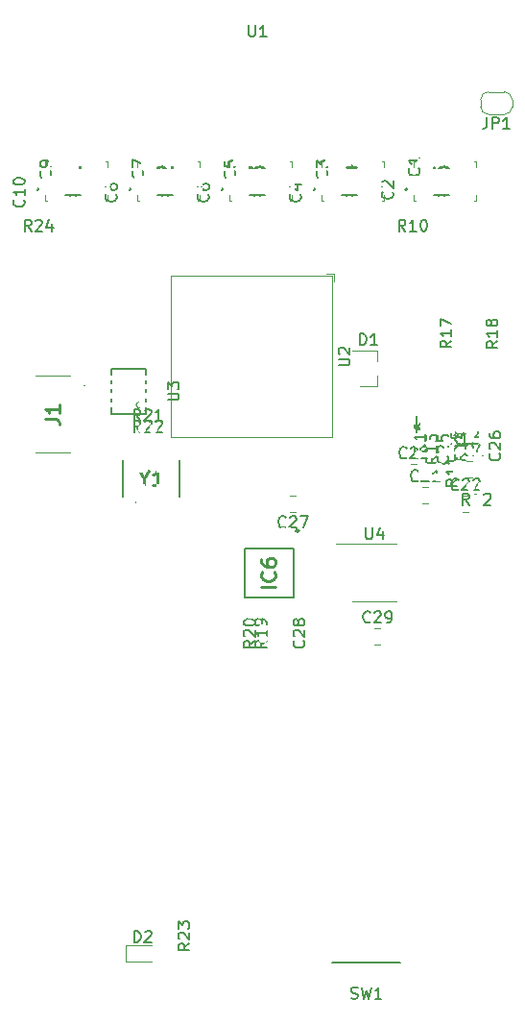
<source format=gto>
G04 #@! TF.GenerationSoftware,KiCad,Pcbnew,5.1.6-c6e7f7d~86~ubuntu18.04.1*
G04 #@! TF.CreationDate,2021-09-21T12:25:19+02:00*
G04 #@! TF.ProjectId,nhci,6e686369-2e6b-4696-9361-645f70636258,rev?*
G04 #@! TF.SameCoordinates,Original*
G04 #@! TF.FileFunction,Legend,Top*
G04 #@! TF.FilePolarity,Positive*
%FSLAX46Y46*%
G04 Gerber Fmt 4.6, Leading zero omitted, Abs format (unit mm)*
G04 Created by KiCad (PCBNEW 5.1.6-c6e7f7d~86~ubuntu18.04.1) date 2021-09-21 12:25:19*
%MOMM*%
%LPD*%
G01*
G04 APERTURE LIST*
%ADD10C,0.120000*%
%ADD11C,0.100000*%
%ADD12C,0.200000*%
%ADD13C,0.250000*%
%ADD14C,0.150000*%
%ADD15C,0.254000*%
%ADD16R,1.000000X0.900000*%
%ADD17R,1.500000X1.800000*%
%ADD18R,0.400000X1.800000*%
%ADD19R,0.500000X2.100000*%
%ADD20R,2.100000X3.100000*%
%ADD21R,1.570000X0.840000*%
%ADD22R,3.960000X2.840000*%
%ADD23R,0.550000X1.550000*%
%ADD24R,1.500000X1.300000*%
%ADD25R,1.575000X0.400000*%
%ADD26R,0.400000X1.575000*%
%ADD27R,1.000000X1.100000*%
%ADD28C,0.470000*%
%ADD29R,0.425000X0.850000*%
%ADD30R,0.700000X0.300000*%
%ADD31R,4.150000X2.150000*%
%ADD32R,0.700000X0.340000*%
%ADD33R,0.340000X0.700000*%
G04 APERTURE END LIST*
D10*
X88268000Y-102408000D02*
G75*
G02*
X87568000Y-103108000I-700000J0D01*
G01*
X87568000Y-101108000D02*
G75*
G02*
X88268000Y-101808000I0J-700000D01*
G01*
X85468000Y-101808000D02*
G75*
G02*
X86168000Y-101108000I700000J0D01*
G01*
X86168000Y-103108000D02*
G75*
G02*
X85468000Y-102408000I0J700000D01*
G01*
X88268000Y-101808000D02*
X88268000Y-102408000D01*
X86168000Y-101108000D02*
X87568000Y-101108000D01*
X85468000Y-102408000D02*
X85468000Y-101808000D01*
X87568000Y-103108000D02*
X86168000Y-103108000D01*
X76325000Y-127056000D02*
X76325000Y-126126000D01*
X76325000Y-123896000D02*
X76325000Y-124826000D01*
X76325000Y-123896000D02*
X74165000Y-123896000D01*
X76325000Y-127056000D02*
X74865000Y-127056000D01*
X56451500Y-176303000D02*
X54166500Y-176303000D01*
X54166500Y-176303000D02*
X54166500Y-177773000D01*
X54166500Y-177773000D02*
X56451500Y-177773000D01*
D11*
X46227000Y-126150000D02*
X49277000Y-126150000D01*
X49277000Y-132930000D02*
X46227000Y-132930000D01*
D12*
X50517000Y-127000000D02*
G75*
G03*
X50517000Y-127000000I-50000J0D01*
G01*
D10*
X76120000Y-146042000D02*
X78070000Y-146042000D01*
X76120000Y-146042000D02*
X74170000Y-146042000D01*
X76120000Y-140922000D02*
X78070000Y-140922000D01*
X76120000Y-140922000D02*
X72670000Y-140922000D01*
X76116922Y-148388000D02*
X76634078Y-148388000D01*
X76116922Y-149808000D02*
X76634078Y-149808000D01*
X69171078Y-138124000D02*
X68653922Y-138124000D01*
X69171078Y-136704000D02*
X68653922Y-136704000D01*
D12*
X79812000Y-131158000D02*
X79812000Y-129708000D01*
D10*
X84244922Y-133656000D02*
X84762078Y-133656000D01*
X84244922Y-135076000D02*
X84762078Y-135076000D01*
X79321922Y-133910000D02*
X79839078Y-133910000D01*
X79321922Y-135330000D02*
X79839078Y-135330000D01*
X83893922Y-136704000D02*
X84411078Y-136704000D01*
X83893922Y-138124000D02*
X84411078Y-138124000D01*
X80337922Y-135942000D02*
X80855078Y-135942000D01*
X80337922Y-137362000D02*
X80855078Y-137362000D01*
D11*
X54988000Y-137212000D02*
X54988000Y-137212000D01*
X54988000Y-137312000D02*
X54988000Y-137312000D01*
D12*
X58888000Y-133612000D02*
X58888000Y-136812000D01*
X53888000Y-133612000D02*
X53888000Y-136812000D01*
D11*
X54988000Y-137212000D02*
G75*
G02*
X54988000Y-137312000I0J-50000D01*
G01*
X54988000Y-137312000D02*
G75*
G02*
X54988000Y-137212000I0J50000D01*
G01*
D12*
X68952000Y-141360000D02*
X68952000Y-145660000D01*
X68952000Y-145660000D02*
X64652000Y-145660000D01*
X64652000Y-145660000D02*
X64652000Y-141360000D01*
X64652000Y-141360000D02*
X68952000Y-141360000D01*
D13*
X69427000Y-139785000D02*
G75*
G03*
X69427000Y-139785000I-125000J0D01*
G01*
D14*
X78386000Y-177846000D02*
X72386000Y-177846000D01*
X55912000Y-125508000D02*
X55912000Y-129508000D01*
X55912000Y-129508000D02*
X52912000Y-129508000D01*
X52912000Y-129508000D02*
X52912000Y-125508000D01*
X52912000Y-125508000D02*
X55912000Y-125508000D01*
X55512000Y-128708000D02*
G75*
G03*
X55512000Y-128708000I-200000J0D01*
G01*
D10*
X72578000Y-117860000D02*
X72578000Y-117160000D01*
X72578000Y-117160000D02*
X71878000Y-117160000D01*
X72378000Y-131560000D02*
X72378000Y-117360000D01*
X72378000Y-117360000D02*
X58178000Y-117360000D01*
X58178000Y-117360000D02*
X58178000Y-131560000D01*
X58178000Y-131560000D02*
X72378000Y-131560000D01*
D12*
X78896000Y-109816000D02*
X78896000Y-109816000D01*
X78896000Y-109616000D02*
X78896000Y-109616000D01*
D11*
X79546000Y-110166000D02*
X79546000Y-110716000D01*
X79546000Y-110716000D02*
X79696000Y-110716000D01*
X79546000Y-107766000D02*
X79546000Y-107216000D01*
X79546000Y-107216000D02*
X79696000Y-107216000D01*
X85046000Y-107766000D02*
X85046000Y-107216000D01*
X85046000Y-107216000D02*
X84896000Y-107216000D01*
X85046000Y-110166000D02*
X85046000Y-110716000D01*
X85046000Y-110716000D02*
X84896000Y-110716000D01*
D12*
X78896000Y-109816000D02*
G75*
G02*
X78896000Y-109616000I0J100000D01*
G01*
X78896000Y-109616000D02*
G75*
G02*
X78896000Y-109816000I0J-100000D01*
G01*
X70768000Y-109816000D02*
X70768000Y-109816000D01*
X70768000Y-109616000D02*
X70768000Y-109616000D01*
D11*
X71418000Y-110166000D02*
X71418000Y-110716000D01*
X71418000Y-110716000D02*
X71568000Y-110716000D01*
X71418000Y-107766000D02*
X71418000Y-107216000D01*
X71418000Y-107216000D02*
X71568000Y-107216000D01*
X76918000Y-107766000D02*
X76918000Y-107216000D01*
X76918000Y-107216000D02*
X76768000Y-107216000D01*
X76918000Y-110166000D02*
X76918000Y-110716000D01*
X76918000Y-110716000D02*
X76768000Y-110716000D01*
D12*
X70768000Y-109816000D02*
G75*
G02*
X70768000Y-109616000I0J100000D01*
G01*
X70768000Y-109616000D02*
G75*
G02*
X70768000Y-109816000I0J-100000D01*
G01*
X62640000Y-109816000D02*
X62640000Y-109816000D01*
X62640000Y-109616000D02*
X62640000Y-109616000D01*
D11*
X63290000Y-110166000D02*
X63290000Y-110716000D01*
X63290000Y-110716000D02*
X63440000Y-110716000D01*
X63290000Y-107766000D02*
X63290000Y-107216000D01*
X63290000Y-107216000D02*
X63440000Y-107216000D01*
X68790000Y-107766000D02*
X68790000Y-107216000D01*
X68790000Y-107216000D02*
X68640000Y-107216000D01*
X68790000Y-110166000D02*
X68790000Y-110716000D01*
X68790000Y-110716000D02*
X68640000Y-110716000D01*
D12*
X62640000Y-109816000D02*
G75*
G02*
X62640000Y-109616000I0J100000D01*
G01*
X62640000Y-109616000D02*
G75*
G02*
X62640000Y-109816000I0J-100000D01*
G01*
X54512000Y-109816000D02*
X54512000Y-109816000D01*
X54512000Y-109616000D02*
X54512000Y-109616000D01*
D11*
X55162000Y-110166000D02*
X55162000Y-110716000D01*
X55162000Y-110716000D02*
X55312000Y-110716000D01*
X55162000Y-107766000D02*
X55162000Y-107216000D01*
X55162000Y-107216000D02*
X55312000Y-107216000D01*
X60662000Y-107766000D02*
X60662000Y-107216000D01*
X60662000Y-107216000D02*
X60512000Y-107216000D01*
X60662000Y-110166000D02*
X60662000Y-110716000D01*
X60662000Y-110716000D02*
X60512000Y-110716000D01*
D12*
X54512000Y-109816000D02*
G75*
G02*
X54512000Y-109616000I0J100000D01*
G01*
X54512000Y-109616000D02*
G75*
G02*
X54512000Y-109816000I0J-100000D01*
G01*
X46384000Y-109816000D02*
X46384000Y-109816000D01*
X46384000Y-109616000D02*
X46384000Y-109616000D01*
D11*
X47034000Y-110166000D02*
X47034000Y-110716000D01*
X47034000Y-110716000D02*
X47184000Y-110716000D01*
X47034000Y-107766000D02*
X47034000Y-107216000D01*
X47034000Y-107216000D02*
X47184000Y-107216000D01*
X52534000Y-107766000D02*
X52534000Y-107216000D01*
X52534000Y-107216000D02*
X52384000Y-107216000D01*
X52534000Y-110166000D02*
X52534000Y-110716000D01*
X52534000Y-110716000D02*
X52384000Y-110716000D01*
D12*
X46384000Y-109816000D02*
G75*
G02*
X46384000Y-109616000I0J100000D01*
G01*
X46384000Y-109616000D02*
G75*
G02*
X46384000Y-109816000I0J-100000D01*
G01*
D14*
X86034666Y-103360380D02*
X86034666Y-104074666D01*
X85987047Y-104217523D01*
X85891809Y-104312761D01*
X85748952Y-104360380D01*
X85653714Y-104360380D01*
X86510857Y-104360380D02*
X86510857Y-103360380D01*
X86891809Y-103360380D01*
X86987047Y-103408000D01*
X87034666Y-103455619D01*
X87082285Y-103550857D01*
X87082285Y-103693714D01*
X87034666Y-103788952D01*
X86987047Y-103836571D01*
X86891809Y-103884190D01*
X86510857Y-103884190D01*
X88034666Y-104360380D02*
X87463238Y-104360380D01*
X87748952Y-104360380D02*
X87748952Y-103360380D01*
X87653714Y-103503238D01*
X87558476Y-103598476D01*
X87463238Y-103646095D01*
X74826904Y-123428380D02*
X74826904Y-122428380D01*
X75065000Y-122428380D01*
X75207857Y-122476000D01*
X75303095Y-122571238D01*
X75350714Y-122666476D01*
X75398333Y-122856952D01*
X75398333Y-122999809D01*
X75350714Y-123190285D01*
X75303095Y-123285523D01*
X75207857Y-123380761D01*
X75065000Y-123428380D01*
X74826904Y-123428380D01*
X76350714Y-123428380D02*
X75779285Y-123428380D01*
X76065000Y-123428380D02*
X76065000Y-122428380D01*
X75969761Y-122571238D01*
X75874523Y-122666476D01*
X75779285Y-122714095D01*
X45839142Y-113382380D02*
X45505809Y-112906190D01*
X45267714Y-113382380D02*
X45267714Y-112382380D01*
X45648666Y-112382380D01*
X45743904Y-112430000D01*
X45791523Y-112477619D01*
X45839142Y-112572857D01*
X45839142Y-112715714D01*
X45791523Y-112810952D01*
X45743904Y-112858571D01*
X45648666Y-112906190D01*
X45267714Y-112906190D01*
X46220095Y-112477619D02*
X46267714Y-112430000D01*
X46362952Y-112382380D01*
X46601047Y-112382380D01*
X46696285Y-112430000D01*
X46743904Y-112477619D01*
X46791523Y-112572857D01*
X46791523Y-112668095D01*
X46743904Y-112810952D01*
X46172476Y-113382380D01*
X46791523Y-113382380D01*
X47648666Y-112715714D02*
X47648666Y-113382380D01*
X47410571Y-112334761D02*
X47172476Y-113049047D01*
X47791523Y-113049047D01*
X65024095Y-95234380D02*
X65024095Y-96043904D01*
X65071714Y-96139142D01*
X65119333Y-96186761D01*
X65214571Y-96234380D01*
X65405047Y-96234380D01*
X65500285Y-96186761D01*
X65547904Y-96139142D01*
X65595523Y-96043904D01*
X65595523Y-95234380D01*
X66595523Y-96234380D02*
X66024095Y-96234380D01*
X66309809Y-96234380D02*
X66309809Y-95234380D01*
X66214571Y-95377238D01*
X66119333Y-95472476D01*
X66024095Y-95520095D01*
X54913404Y-176060380D02*
X54913404Y-175060380D01*
X55151500Y-175060380D01*
X55294357Y-175108000D01*
X55389595Y-175203238D01*
X55437214Y-175298476D01*
X55484833Y-175488952D01*
X55484833Y-175631809D01*
X55437214Y-175822285D01*
X55389595Y-175917523D01*
X55294357Y-176012761D01*
X55151500Y-176060380D01*
X54913404Y-176060380D01*
X55865785Y-175155619D02*
X55913404Y-175108000D01*
X56008642Y-175060380D01*
X56246738Y-175060380D01*
X56341976Y-175108000D01*
X56389595Y-175155619D01*
X56437214Y-175250857D01*
X56437214Y-175346095D01*
X56389595Y-175488952D01*
X55818166Y-176060380D01*
X56437214Y-176060380D01*
X59788380Y-176156857D02*
X59312190Y-176490190D01*
X59788380Y-176728285D02*
X58788380Y-176728285D01*
X58788380Y-176347333D01*
X58836000Y-176252095D01*
X58883619Y-176204476D01*
X58978857Y-176156857D01*
X59121714Y-176156857D01*
X59216952Y-176204476D01*
X59264571Y-176252095D01*
X59312190Y-176347333D01*
X59312190Y-176728285D01*
X58883619Y-175775904D02*
X58836000Y-175728285D01*
X58788380Y-175633047D01*
X58788380Y-175394952D01*
X58836000Y-175299714D01*
X58883619Y-175252095D01*
X58978857Y-175204476D01*
X59074095Y-175204476D01*
X59216952Y-175252095D01*
X59788380Y-175823523D01*
X59788380Y-175204476D01*
X58788380Y-174871142D02*
X58788380Y-174252095D01*
X59169333Y-174585428D01*
X59169333Y-174442571D01*
X59216952Y-174347333D01*
X59264571Y-174299714D01*
X59359809Y-174252095D01*
X59597904Y-174252095D01*
X59693142Y-174299714D01*
X59740761Y-174347333D01*
X59788380Y-174442571D01*
X59788380Y-174728285D01*
X59740761Y-174823523D01*
X59693142Y-174871142D01*
X55468142Y-131108380D02*
X55134809Y-130632190D01*
X54896714Y-131108380D02*
X54896714Y-130108380D01*
X55277666Y-130108380D01*
X55372904Y-130156000D01*
X55420523Y-130203619D01*
X55468142Y-130298857D01*
X55468142Y-130441714D01*
X55420523Y-130536952D01*
X55372904Y-130584571D01*
X55277666Y-130632190D01*
X54896714Y-130632190D01*
X55849095Y-130203619D02*
X55896714Y-130156000D01*
X55991952Y-130108380D01*
X56230047Y-130108380D01*
X56325285Y-130156000D01*
X56372904Y-130203619D01*
X56420523Y-130298857D01*
X56420523Y-130394095D01*
X56372904Y-130536952D01*
X55801476Y-131108380D01*
X56420523Y-131108380D01*
X56801476Y-130203619D02*
X56849095Y-130156000D01*
X56944333Y-130108380D01*
X57182428Y-130108380D01*
X57277666Y-130156000D01*
X57325285Y-130203619D01*
X57372904Y-130298857D01*
X57372904Y-130394095D01*
X57325285Y-130536952D01*
X56753857Y-131108380D01*
X57372904Y-131108380D01*
X55468142Y-130092380D02*
X55134809Y-129616190D01*
X54896714Y-130092380D02*
X54896714Y-129092380D01*
X55277666Y-129092380D01*
X55372904Y-129140000D01*
X55420523Y-129187619D01*
X55468142Y-129282857D01*
X55468142Y-129425714D01*
X55420523Y-129520952D01*
X55372904Y-129568571D01*
X55277666Y-129616190D01*
X54896714Y-129616190D01*
X55849095Y-129187619D02*
X55896714Y-129140000D01*
X55991952Y-129092380D01*
X56230047Y-129092380D01*
X56325285Y-129140000D01*
X56372904Y-129187619D01*
X56420523Y-129282857D01*
X56420523Y-129378095D01*
X56372904Y-129520952D01*
X55801476Y-130092380D01*
X56420523Y-130092380D01*
X57372904Y-130092380D02*
X56801476Y-130092380D01*
X57087190Y-130092380D02*
X57087190Y-129092380D01*
X56991952Y-129235238D01*
X56896714Y-129330476D01*
X56801476Y-129378095D01*
D15*
X47056523Y-129963333D02*
X47963666Y-129963333D01*
X48145095Y-130023809D01*
X48266047Y-130144761D01*
X48326523Y-130326190D01*
X48326523Y-130447142D01*
X48326523Y-128693333D02*
X48326523Y-129419047D01*
X48326523Y-129056190D02*
X47056523Y-129056190D01*
X47237952Y-129177142D01*
X47358904Y-129298095D01*
X47419380Y-129419047D01*
D14*
X75358095Y-139534380D02*
X75358095Y-140343904D01*
X75405714Y-140439142D01*
X75453333Y-140486761D01*
X75548571Y-140534380D01*
X75739047Y-140534380D01*
X75834285Y-140486761D01*
X75881904Y-140439142D01*
X75929523Y-140343904D01*
X75929523Y-139534380D01*
X76834285Y-139867714D02*
X76834285Y-140534380D01*
X76596190Y-139486761D02*
X76358095Y-140201047D01*
X76977142Y-140201047D01*
X65576380Y-149486857D02*
X65100190Y-149820190D01*
X65576380Y-150058285D02*
X64576380Y-150058285D01*
X64576380Y-149677333D01*
X64624000Y-149582095D01*
X64671619Y-149534476D01*
X64766857Y-149486857D01*
X64909714Y-149486857D01*
X65004952Y-149534476D01*
X65052571Y-149582095D01*
X65100190Y-149677333D01*
X65100190Y-150058285D01*
X64671619Y-149105904D02*
X64624000Y-149058285D01*
X64576380Y-148963047D01*
X64576380Y-148724952D01*
X64624000Y-148629714D01*
X64671619Y-148582095D01*
X64766857Y-148534476D01*
X64862095Y-148534476D01*
X65004952Y-148582095D01*
X65576380Y-149153523D01*
X65576380Y-148534476D01*
X64576380Y-147915428D02*
X64576380Y-147820190D01*
X64624000Y-147724952D01*
X64671619Y-147677333D01*
X64766857Y-147629714D01*
X64957333Y-147582095D01*
X65195428Y-147582095D01*
X65385904Y-147629714D01*
X65481142Y-147677333D01*
X65528761Y-147724952D01*
X65576380Y-147820190D01*
X65576380Y-147915428D01*
X65528761Y-148010666D01*
X65481142Y-148058285D01*
X65385904Y-148105904D01*
X65195428Y-148153523D01*
X64957333Y-148153523D01*
X64766857Y-148105904D01*
X64671619Y-148058285D01*
X64624000Y-148010666D01*
X64576380Y-147915428D01*
X66592380Y-149486857D02*
X66116190Y-149820190D01*
X66592380Y-150058285D02*
X65592380Y-150058285D01*
X65592380Y-149677333D01*
X65640000Y-149582095D01*
X65687619Y-149534476D01*
X65782857Y-149486857D01*
X65925714Y-149486857D01*
X66020952Y-149534476D01*
X66068571Y-149582095D01*
X66116190Y-149677333D01*
X66116190Y-150058285D01*
X66592380Y-148534476D02*
X66592380Y-149105904D01*
X66592380Y-148820190D02*
X65592380Y-148820190D01*
X65735238Y-148915428D01*
X65830476Y-149010666D01*
X65878095Y-149105904D01*
X66592380Y-148058285D02*
X66592380Y-147867809D01*
X66544761Y-147772571D01*
X66497142Y-147724952D01*
X66354285Y-147629714D01*
X66163809Y-147582095D01*
X65782857Y-147582095D01*
X65687619Y-147629714D01*
X65640000Y-147677333D01*
X65592380Y-147772571D01*
X65592380Y-147963047D01*
X65640000Y-148058285D01*
X65687619Y-148105904D01*
X65782857Y-148153523D01*
X66020952Y-148153523D01*
X66116190Y-148105904D01*
X66163809Y-148058285D01*
X66211428Y-147963047D01*
X66211428Y-147772571D01*
X66163809Y-147677333D01*
X66116190Y-147629714D01*
X66020952Y-147582095D01*
X75732642Y-147805142D02*
X75685023Y-147852761D01*
X75542166Y-147900380D01*
X75446928Y-147900380D01*
X75304071Y-147852761D01*
X75208833Y-147757523D01*
X75161214Y-147662285D01*
X75113595Y-147471809D01*
X75113595Y-147328952D01*
X75161214Y-147138476D01*
X75208833Y-147043238D01*
X75304071Y-146948000D01*
X75446928Y-146900380D01*
X75542166Y-146900380D01*
X75685023Y-146948000D01*
X75732642Y-146995619D01*
X76113595Y-146995619D02*
X76161214Y-146948000D01*
X76256452Y-146900380D01*
X76494547Y-146900380D01*
X76589785Y-146948000D01*
X76637404Y-146995619D01*
X76685023Y-147090857D01*
X76685023Y-147186095D01*
X76637404Y-147328952D01*
X76065976Y-147900380D01*
X76685023Y-147900380D01*
X77161214Y-147900380D02*
X77351690Y-147900380D01*
X77446928Y-147852761D01*
X77494547Y-147805142D01*
X77589785Y-147662285D01*
X77637404Y-147471809D01*
X77637404Y-147090857D01*
X77589785Y-146995619D01*
X77542166Y-146948000D01*
X77446928Y-146900380D01*
X77256452Y-146900380D01*
X77161214Y-146948000D01*
X77113595Y-146995619D01*
X77065976Y-147090857D01*
X77065976Y-147328952D01*
X77113595Y-147424190D01*
X77161214Y-147471809D01*
X77256452Y-147519428D01*
X77446928Y-147519428D01*
X77542166Y-147471809D01*
X77589785Y-147424190D01*
X77637404Y-147328952D01*
X69853142Y-149486857D02*
X69900761Y-149534476D01*
X69948380Y-149677333D01*
X69948380Y-149772571D01*
X69900761Y-149915428D01*
X69805523Y-150010666D01*
X69710285Y-150058285D01*
X69519809Y-150105904D01*
X69376952Y-150105904D01*
X69186476Y-150058285D01*
X69091238Y-150010666D01*
X68996000Y-149915428D01*
X68948380Y-149772571D01*
X68948380Y-149677333D01*
X68996000Y-149534476D01*
X69043619Y-149486857D01*
X69043619Y-149105904D02*
X68996000Y-149058285D01*
X68948380Y-148963047D01*
X68948380Y-148724952D01*
X68996000Y-148629714D01*
X69043619Y-148582095D01*
X69138857Y-148534476D01*
X69234095Y-148534476D01*
X69376952Y-148582095D01*
X69948380Y-149153523D01*
X69948380Y-148534476D01*
X69376952Y-147963047D02*
X69329333Y-148058285D01*
X69281714Y-148105904D01*
X69186476Y-148153523D01*
X69138857Y-148153523D01*
X69043619Y-148105904D01*
X68996000Y-148058285D01*
X68948380Y-147963047D01*
X68948380Y-147772571D01*
X68996000Y-147677333D01*
X69043619Y-147629714D01*
X69138857Y-147582095D01*
X69186476Y-147582095D01*
X69281714Y-147629714D01*
X69329333Y-147677333D01*
X69376952Y-147772571D01*
X69376952Y-147963047D01*
X69424571Y-148058285D01*
X69472190Y-148105904D01*
X69567428Y-148153523D01*
X69757904Y-148153523D01*
X69853142Y-148105904D01*
X69900761Y-148058285D01*
X69948380Y-147963047D01*
X69948380Y-147772571D01*
X69900761Y-147677333D01*
X69853142Y-147629714D01*
X69757904Y-147582095D01*
X69567428Y-147582095D01*
X69472190Y-147629714D01*
X69424571Y-147677333D01*
X69376952Y-147772571D01*
X68269642Y-139421142D02*
X68222023Y-139468761D01*
X68079166Y-139516380D01*
X67983928Y-139516380D01*
X67841071Y-139468761D01*
X67745833Y-139373523D01*
X67698214Y-139278285D01*
X67650595Y-139087809D01*
X67650595Y-138944952D01*
X67698214Y-138754476D01*
X67745833Y-138659238D01*
X67841071Y-138564000D01*
X67983928Y-138516380D01*
X68079166Y-138516380D01*
X68222023Y-138564000D01*
X68269642Y-138611619D01*
X68650595Y-138611619D02*
X68698214Y-138564000D01*
X68793452Y-138516380D01*
X69031547Y-138516380D01*
X69126785Y-138564000D01*
X69174404Y-138611619D01*
X69222023Y-138706857D01*
X69222023Y-138802095D01*
X69174404Y-138944952D01*
X68602976Y-139516380D01*
X69222023Y-139516380D01*
X69555357Y-138516380D02*
X70222023Y-138516380D01*
X69793452Y-139516380D01*
X86966380Y-123093857D02*
X86490190Y-123427190D01*
X86966380Y-123665285D02*
X85966380Y-123665285D01*
X85966380Y-123284333D01*
X86014000Y-123189095D01*
X86061619Y-123141476D01*
X86156857Y-123093857D01*
X86299714Y-123093857D01*
X86394952Y-123141476D01*
X86442571Y-123189095D01*
X86490190Y-123284333D01*
X86490190Y-123665285D01*
X86966380Y-122141476D02*
X86966380Y-122712904D01*
X86966380Y-122427190D02*
X85966380Y-122427190D01*
X86109238Y-122522428D01*
X86204476Y-122617666D01*
X86252095Y-122712904D01*
X86394952Y-121570047D02*
X86347333Y-121665285D01*
X86299714Y-121712904D01*
X86204476Y-121760523D01*
X86156857Y-121760523D01*
X86061619Y-121712904D01*
X86014000Y-121665285D01*
X85966380Y-121570047D01*
X85966380Y-121379571D01*
X86014000Y-121284333D01*
X86061619Y-121236714D01*
X86156857Y-121189095D01*
X86204476Y-121189095D01*
X86299714Y-121236714D01*
X86347333Y-121284333D01*
X86394952Y-121379571D01*
X86394952Y-121570047D01*
X86442571Y-121665285D01*
X86490190Y-121712904D01*
X86585428Y-121760523D01*
X86775904Y-121760523D01*
X86871142Y-121712904D01*
X86918761Y-121665285D01*
X86966380Y-121570047D01*
X86966380Y-121379571D01*
X86918761Y-121284333D01*
X86871142Y-121236714D01*
X86775904Y-121189095D01*
X86585428Y-121189095D01*
X86490190Y-121236714D01*
X86442571Y-121284333D01*
X86394952Y-121379571D01*
X82902380Y-123047857D02*
X82426190Y-123381190D01*
X82902380Y-123619285D02*
X81902380Y-123619285D01*
X81902380Y-123238333D01*
X81950000Y-123143095D01*
X81997619Y-123095476D01*
X82092857Y-123047857D01*
X82235714Y-123047857D01*
X82330952Y-123095476D01*
X82378571Y-123143095D01*
X82426190Y-123238333D01*
X82426190Y-123619285D01*
X82902380Y-122095476D02*
X82902380Y-122666904D01*
X82902380Y-122381190D02*
X81902380Y-122381190D01*
X82045238Y-122476428D01*
X82140476Y-122571666D01*
X82188095Y-122666904D01*
X81902380Y-121762142D02*
X81902380Y-121095476D01*
X82902380Y-121524047D01*
X80616380Y-132237857D02*
X80140190Y-132571190D01*
X80616380Y-132809285D02*
X79616380Y-132809285D01*
X79616380Y-132428333D01*
X79664000Y-132333095D01*
X79711619Y-132285476D01*
X79806857Y-132237857D01*
X79949714Y-132237857D01*
X80044952Y-132285476D01*
X80092571Y-132333095D01*
X80140190Y-132428333D01*
X80140190Y-132809285D01*
X80616380Y-131285476D02*
X80616380Y-131856904D01*
X80616380Y-131571190D02*
X79616380Y-131571190D01*
X79759238Y-131666428D01*
X79854476Y-131761666D01*
X79902095Y-131856904D01*
X79616380Y-130428333D02*
X79616380Y-130618809D01*
X79664000Y-130714047D01*
X79711619Y-130761666D01*
X79854476Y-130856904D01*
X80044952Y-130904523D01*
X80425904Y-130904523D01*
X80521142Y-130856904D01*
X80568761Y-130809285D01*
X80616380Y-130714047D01*
X80616380Y-130523571D01*
X80568761Y-130428333D01*
X80521142Y-130380714D01*
X80425904Y-130333095D01*
X80187809Y-130333095D01*
X80092571Y-130380714D01*
X80044952Y-130428333D01*
X79997333Y-130523571D01*
X79997333Y-130714047D01*
X80044952Y-130809285D01*
X80092571Y-130856904D01*
X80187809Y-130904523D01*
X81632380Y-133253857D02*
X81156190Y-133587190D01*
X81632380Y-133825285D02*
X80632380Y-133825285D01*
X80632380Y-133444333D01*
X80680000Y-133349095D01*
X80727619Y-133301476D01*
X80822857Y-133253857D01*
X80965714Y-133253857D01*
X81060952Y-133301476D01*
X81108571Y-133349095D01*
X81156190Y-133444333D01*
X81156190Y-133825285D01*
X81632380Y-132301476D02*
X81632380Y-132872904D01*
X81632380Y-132587190D02*
X80632380Y-132587190D01*
X80775238Y-132682428D01*
X80870476Y-132777666D01*
X80918095Y-132872904D01*
X80632380Y-131396714D02*
X80632380Y-131872904D01*
X81108571Y-131920523D01*
X81060952Y-131872904D01*
X81013333Y-131777666D01*
X81013333Y-131539571D01*
X81060952Y-131444333D01*
X81108571Y-131396714D01*
X81203809Y-131349095D01*
X81441904Y-131349095D01*
X81537142Y-131396714D01*
X81584761Y-131444333D01*
X81632380Y-131539571D01*
X81632380Y-131777666D01*
X81584761Y-131872904D01*
X81537142Y-131920523D01*
X84172380Y-132976857D02*
X83696190Y-133310190D01*
X84172380Y-133548285D02*
X83172380Y-133548285D01*
X83172380Y-133167333D01*
X83220000Y-133072095D01*
X83267619Y-133024476D01*
X83362857Y-132976857D01*
X83505714Y-132976857D01*
X83600952Y-133024476D01*
X83648571Y-133072095D01*
X83696190Y-133167333D01*
X83696190Y-133548285D01*
X84172380Y-132024476D02*
X84172380Y-132595904D01*
X84172380Y-132310190D02*
X83172380Y-132310190D01*
X83315238Y-132405428D01*
X83410476Y-132500666D01*
X83458095Y-132595904D01*
X83505714Y-131167333D02*
X84172380Y-131167333D01*
X83124761Y-131405428D02*
X83839047Y-131643523D01*
X83839047Y-131024476D01*
X83431142Y-132124380D02*
X83097809Y-131648190D01*
X82859714Y-132124380D02*
X82859714Y-131124380D01*
X83240666Y-131124380D01*
X83335904Y-131172000D01*
X83383523Y-131219619D01*
X83431142Y-131314857D01*
X83431142Y-131457714D01*
X83383523Y-131552952D01*
X83335904Y-131600571D01*
X83240666Y-131648190D01*
X82859714Y-131648190D01*
X84383523Y-132124380D02*
X83812095Y-132124380D01*
X84097809Y-132124380D02*
X84097809Y-131124380D01*
X84002571Y-131267238D01*
X83907333Y-131362476D01*
X83812095Y-131410095D01*
X84716857Y-131124380D02*
X85335904Y-131124380D01*
X85002571Y-131505333D01*
X85145428Y-131505333D01*
X85240666Y-131552952D01*
X85288285Y-131600571D01*
X85335904Y-131695809D01*
X85335904Y-131933904D01*
X85288285Y-132029142D01*
X85240666Y-132076761D01*
X85145428Y-132124380D01*
X84859714Y-132124380D01*
X84764476Y-132076761D01*
X84716857Y-132029142D01*
X84447142Y-137512380D02*
X84113809Y-137036190D01*
X83875714Y-137512380D02*
X83875714Y-136512380D01*
X84256666Y-136512380D01*
X84351904Y-136560000D01*
X84399523Y-136607619D01*
X84447142Y-136702857D01*
X84447142Y-136845714D01*
X84399523Y-136940952D01*
X84351904Y-136988571D01*
X84256666Y-137036190D01*
X83875714Y-137036190D01*
X85399523Y-137512380D02*
X84828095Y-137512380D01*
X85113809Y-137512380D02*
X85113809Y-136512380D01*
X85018571Y-136655238D01*
X84923333Y-136750476D01*
X84828095Y-136798095D01*
X85780476Y-136607619D02*
X85828095Y-136560000D01*
X85923333Y-136512380D01*
X86161428Y-136512380D01*
X86256666Y-136560000D01*
X86304285Y-136607619D01*
X86351904Y-136702857D01*
X86351904Y-136798095D01*
X86304285Y-136940952D01*
X85732857Y-137512380D01*
X86351904Y-137512380D01*
X83410380Y-135262857D02*
X82934190Y-135596190D01*
X83410380Y-135834285D02*
X82410380Y-135834285D01*
X82410380Y-135453333D01*
X82458000Y-135358095D01*
X82505619Y-135310476D01*
X82600857Y-135262857D01*
X82743714Y-135262857D01*
X82838952Y-135310476D01*
X82886571Y-135358095D01*
X82934190Y-135453333D01*
X82934190Y-135834285D01*
X83410380Y-134310476D02*
X83410380Y-134881904D01*
X83410380Y-134596190D02*
X82410380Y-134596190D01*
X82553238Y-134691428D01*
X82648476Y-134786666D01*
X82696095Y-134881904D01*
X83410380Y-133358095D02*
X83410380Y-133929523D01*
X83410380Y-133643809D02*
X82410380Y-133643809D01*
X82553238Y-133739047D01*
X82648476Y-133834285D01*
X82696095Y-133929523D01*
D15*
X83886523Y-128747761D02*
X82616523Y-128747761D01*
X83765571Y-127417285D02*
X83826047Y-127477761D01*
X83886523Y-127659190D01*
X83886523Y-127780142D01*
X83826047Y-127961571D01*
X83705095Y-128082523D01*
X83584142Y-128143000D01*
X83342238Y-128203476D01*
X83160809Y-128203476D01*
X82918904Y-128143000D01*
X82797952Y-128082523D01*
X82677000Y-127961571D01*
X82616523Y-127780142D01*
X82616523Y-127659190D01*
X82677000Y-127477761D01*
X82737476Y-127417285D01*
X82616523Y-126993952D02*
X82616523Y-126147285D01*
X83886523Y-126691571D01*
D14*
X87125142Y-132976857D02*
X87172761Y-133024476D01*
X87220380Y-133167333D01*
X87220380Y-133262571D01*
X87172761Y-133405428D01*
X87077523Y-133500666D01*
X86982285Y-133548285D01*
X86791809Y-133595904D01*
X86648952Y-133595904D01*
X86458476Y-133548285D01*
X86363238Y-133500666D01*
X86268000Y-133405428D01*
X86220380Y-133262571D01*
X86220380Y-133167333D01*
X86268000Y-133024476D01*
X86315619Y-132976857D01*
X86315619Y-132595904D02*
X86268000Y-132548285D01*
X86220380Y-132453047D01*
X86220380Y-132214952D01*
X86268000Y-132119714D01*
X86315619Y-132072095D01*
X86410857Y-132024476D01*
X86506095Y-132024476D01*
X86648952Y-132072095D01*
X87220380Y-132643523D01*
X87220380Y-132024476D01*
X86220380Y-131167333D02*
X86220380Y-131357809D01*
X86268000Y-131453047D01*
X86315619Y-131500666D01*
X86458476Y-131595904D01*
X86648952Y-131643523D01*
X87029904Y-131643523D01*
X87125142Y-131595904D01*
X87172761Y-131548285D01*
X87220380Y-131453047D01*
X87220380Y-131262571D01*
X87172761Y-131167333D01*
X87125142Y-131119714D01*
X87029904Y-131072095D01*
X86791809Y-131072095D01*
X86696571Y-131119714D01*
X86648952Y-131167333D01*
X86601333Y-131262571D01*
X86601333Y-131453047D01*
X86648952Y-131548285D01*
X86696571Y-131595904D01*
X86791809Y-131643523D01*
X82553142Y-133253857D02*
X82600761Y-133301476D01*
X82648380Y-133444333D01*
X82648380Y-133539571D01*
X82600761Y-133682428D01*
X82505523Y-133777666D01*
X82410285Y-133825285D01*
X82219809Y-133872904D01*
X82076952Y-133872904D01*
X81886476Y-133825285D01*
X81791238Y-133777666D01*
X81696000Y-133682428D01*
X81648380Y-133539571D01*
X81648380Y-133444333D01*
X81696000Y-133301476D01*
X81743619Y-133253857D01*
X81743619Y-132872904D02*
X81696000Y-132825285D01*
X81648380Y-132730047D01*
X81648380Y-132491952D01*
X81696000Y-132396714D01*
X81743619Y-132349095D01*
X81838857Y-132301476D01*
X81934095Y-132301476D01*
X82076952Y-132349095D01*
X82648380Y-132920523D01*
X82648380Y-132301476D01*
X81648380Y-131396714D02*
X81648380Y-131872904D01*
X82124571Y-131920523D01*
X82076952Y-131872904D01*
X82029333Y-131777666D01*
X82029333Y-131539571D01*
X82076952Y-131444333D01*
X82124571Y-131396714D01*
X82219809Y-131349095D01*
X82457904Y-131349095D01*
X82553142Y-131396714D01*
X82600761Y-131444333D01*
X82648380Y-131539571D01*
X82648380Y-131777666D01*
X82600761Y-131872904D01*
X82553142Y-131920523D01*
X83860642Y-133073142D02*
X83813023Y-133120761D01*
X83670166Y-133168380D01*
X83574928Y-133168380D01*
X83432071Y-133120761D01*
X83336833Y-133025523D01*
X83289214Y-132930285D01*
X83241595Y-132739809D01*
X83241595Y-132596952D01*
X83289214Y-132406476D01*
X83336833Y-132311238D01*
X83432071Y-132216000D01*
X83574928Y-132168380D01*
X83670166Y-132168380D01*
X83813023Y-132216000D01*
X83860642Y-132263619D01*
X84241595Y-132263619D02*
X84289214Y-132216000D01*
X84384452Y-132168380D01*
X84622547Y-132168380D01*
X84717785Y-132216000D01*
X84765404Y-132263619D01*
X84813023Y-132358857D01*
X84813023Y-132454095D01*
X84765404Y-132596952D01*
X84193976Y-133168380D01*
X84813023Y-133168380D01*
X85670166Y-132501714D02*
X85670166Y-133168380D01*
X85432071Y-132120761D02*
X85193976Y-132835047D01*
X85813023Y-132835047D01*
X78937642Y-133327142D02*
X78890023Y-133374761D01*
X78747166Y-133422380D01*
X78651928Y-133422380D01*
X78509071Y-133374761D01*
X78413833Y-133279523D01*
X78366214Y-133184285D01*
X78318595Y-132993809D01*
X78318595Y-132850952D01*
X78366214Y-132660476D01*
X78413833Y-132565238D01*
X78509071Y-132470000D01*
X78651928Y-132422380D01*
X78747166Y-132422380D01*
X78890023Y-132470000D01*
X78937642Y-132517619D01*
X79318595Y-132517619D02*
X79366214Y-132470000D01*
X79461452Y-132422380D01*
X79699547Y-132422380D01*
X79794785Y-132470000D01*
X79842404Y-132517619D01*
X79890023Y-132612857D01*
X79890023Y-132708095D01*
X79842404Y-132850952D01*
X79270976Y-133422380D01*
X79890023Y-133422380D01*
X80223357Y-132422380D02*
X80842404Y-132422380D01*
X80509071Y-132803333D01*
X80651928Y-132803333D01*
X80747166Y-132850952D01*
X80794785Y-132898571D01*
X80842404Y-132993809D01*
X80842404Y-133231904D01*
X80794785Y-133327142D01*
X80747166Y-133374761D01*
X80651928Y-133422380D01*
X80366214Y-133422380D01*
X80270976Y-133374761D01*
X80223357Y-133327142D01*
X83509642Y-136121142D02*
X83462023Y-136168761D01*
X83319166Y-136216380D01*
X83223928Y-136216380D01*
X83081071Y-136168761D01*
X82985833Y-136073523D01*
X82938214Y-135978285D01*
X82890595Y-135787809D01*
X82890595Y-135644952D01*
X82938214Y-135454476D01*
X82985833Y-135359238D01*
X83081071Y-135264000D01*
X83223928Y-135216380D01*
X83319166Y-135216380D01*
X83462023Y-135264000D01*
X83509642Y-135311619D01*
X83890595Y-135311619D02*
X83938214Y-135264000D01*
X84033452Y-135216380D01*
X84271547Y-135216380D01*
X84366785Y-135264000D01*
X84414404Y-135311619D01*
X84462023Y-135406857D01*
X84462023Y-135502095D01*
X84414404Y-135644952D01*
X83842976Y-136216380D01*
X84462023Y-136216380D01*
X84842976Y-135311619D02*
X84890595Y-135264000D01*
X84985833Y-135216380D01*
X85223928Y-135216380D01*
X85319166Y-135264000D01*
X85366785Y-135311619D01*
X85414404Y-135406857D01*
X85414404Y-135502095D01*
X85366785Y-135644952D01*
X84795357Y-136216380D01*
X85414404Y-136216380D01*
X79953642Y-135359142D02*
X79906023Y-135406761D01*
X79763166Y-135454380D01*
X79667928Y-135454380D01*
X79525071Y-135406761D01*
X79429833Y-135311523D01*
X79382214Y-135216285D01*
X79334595Y-135025809D01*
X79334595Y-134882952D01*
X79382214Y-134692476D01*
X79429833Y-134597238D01*
X79525071Y-134502000D01*
X79667928Y-134454380D01*
X79763166Y-134454380D01*
X79906023Y-134502000D01*
X79953642Y-134549619D01*
X80334595Y-134549619D02*
X80382214Y-134502000D01*
X80477452Y-134454380D01*
X80715547Y-134454380D01*
X80810785Y-134502000D01*
X80858404Y-134549619D01*
X80906023Y-134644857D01*
X80906023Y-134740095D01*
X80858404Y-134882952D01*
X80286976Y-135454380D01*
X80906023Y-135454380D01*
X81858404Y-135454380D02*
X81286976Y-135454380D01*
X81572690Y-135454380D02*
X81572690Y-134454380D01*
X81477452Y-134597238D01*
X81382214Y-134692476D01*
X81286976Y-134740095D01*
X78836142Y-113382380D02*
X78502809Y-112906190D01*
X78264714Y-113382380D02*
X78264714Y-112382380D01*
X78645666Y-112382380D01*
X78740904Y-112430000D01*
X78788523Y-112477619D01*
X78836142Y-112572857D01*
X78836142Y-112715714D01*
X78788523Y-112810952D01*
X78740904Y-112858571D01*
X78645666Y-112906190D01*
X78264714Y-112906190D01*
X79788523Y-113382380D02*
X79217095Y-113382380D01*
X79502809Y-113382380D02*
X79502809Y-112382380D01*
X79407571Y-112525238D01*
X79312333Y-112620476D01*
X79217095Y-112668095D01*
X80407571Y-112382380D02*
X80502809Y-112382380D01*
X80598047Y-112430000D01*
X80645666Y-112477619D01*
X80693285Y-112572857D01*
X80740904Y-112763333D01*
X80740904Y-113001428D01*
X80693285Y-113191904D01*
X80645666Y-113287142D01*
X80598047Y-113334761D01*
X80502809Y-113382380D01*
X80407571Y-113382380D01*
X80312333Y-113334761D01*
X80264714Y-113287142D01*
X80217095Y-113191904D01*
X80169476Y-113001428D01*
X80169476Y-112763333D01*
X80217095Y-112572857D01*
X80264714Y-112477619D01*
X80312333Y-112430000D01*
X80407571Y-112382380D01*
D15*
X55783238Y-135181761D02*
X55783238Y-135786523D01*
X55359904Y-134516523D02*
X55783238Y-135181761D01*
X56206571Y-134516523D01*
X57295142Y-135786523D02*
X56569428Y-135786523D01*
X56932285Y-135786523D02*
X56932285Y-134516523D01*
X56811333Y-134697952D01*
X56690380Y-134818904D01*
X56569428Y-134879380D01*
X67376523Y-144749761D02*
X66106523Y-144749761D01*
X67255571Y-143419285D02*
X67316047Y-143479761D01*
X67376523Y-143661190D01*
X67376523Y-143782142D01*
X67316047Y-143963571D01*
X67195095Y-144084523D01*
X67074142Y-144145000D01*
X66832238Y-144205476D01*
X66650809Y-144205476D01*
X66408904Y-144145000D01*
X66287952Y-144084523D01*
X66167000Y-143963571D01*
X66106523Y-143782142D01*
X66106523Y-143661190D01*
X66167000Y-143479761D01*
X66227476Y-143419285D01*
X66106523Y-142330714D02*
X66106523Y-142572619D01*
X66167000Y-142693571D01*
X66227476Y-142754047D01*
X66408904Y-142875000D01*
X66650809Y-142935476D01*
X67134619Y-142935476D01*
X67255571Y-142875000D01*
X67316047Y-142814523D01*
X67376523Y-142693571D01*
X67376523Y-142451666D01*
X67316047Y-142330714D01*
X67255571Y-142270238D01*
X67134619Y-142209761D01*
X66832238Y-142209761D01*
X66711285Y-142270238D01*
X66650809Y-142330714D01*
X66590333Y-142451666D01*
X66590333Y-142693571D01*
X66650809Y-142814523D01*
X66711285Y-142875000D01*
X66832238Y-142935476D01*
D14*
X74052666Y-181000761D02*
X74195523Y-181048380D01*
X74433619Y-181048380D01*
X74528857Y-181000761D01*
X74576476Y-180953142D01*
X74624095Y-180857904D01*
X74624095Y-180762666D01*
X74576476Y-180667428D01*
X74528857Y-180619809D01*
X74433619Y-180572190D01*
X74243142Y-180524571D01*
X74147904Y-180476952D01*
X74100285Y-180429333D01*
X74052666Y-180334095D01*
X74052666Y-180238857D01*
X74100285Y-180143619D01*
X74147904Y-180096000D01*
X74243142Y-180048380D01*
X74481238Y-180048380D01*
X74624095Y-180096000D01*
X74957428Y-180048380D02*
X75195523Y-181048380D01*
X75386000Y-180334095D01*
X75576476Y-181048380D01*
X75814571Y-180048380D01*
X76719333Y-181048380D02*
X76147904Y-181048380D01*
X76433619Y-181048380D02*
X76433619Y-180048380D01*
X76338380Y-180191238D01*
X76243142Y-180286476D01*
X76147904Y-180334095D01*
X57864380Y-128269904D02*
X58673904Y-128269904D01*
X58769142Y-128222285D01*
X58816761Y-128174666D01*
X58864380Y-128079428D01*
X58864380Y-127888952D01*
X58816761Y-127793714D01*
X58769142Y-127746095D01*
X58673904Y-127698476D01*
X57864380Y-127698476D01*
X57864380Y-127317523D02*
X57864380Y-126698476D01*
X58245333Y-127031809D01*
X58245333Y-126888952D01*
X58292952Y-126793714D01*
X58340571Y-126746095D01*
X58435809Y-126698476D01*
X58673904Y-126698476D01*
X58769142Y-126746095D01*
X58816761Y-126793714D01*
X58864380Y-126888952D01*
X58864380Y-127174666D01*
X58816761Y-127269904D01*
X58769142Y-127317523D01*
X72930380Y-125221904D02*
X73739904Y-125221904D01*
X73835142Y-125174285D01*
X73882761Y-125126666D01*
X73930380Y-125031428D01*
X73930380Y-124840952D01*
X73882761Y-124745714D01*
X73835142Y-124698095D01*
X73739904Y-124650476D01*
X72930380Y-124650476D01*
X73025619Y-124221904D02*
X72978000Y-124174285D01*
X72930380Y-124079047D01*
X72930380Y-123840952D01*
X72978000Y-123745714D01*
X73025619Y-123698095D01*
X73120857Y-123650476D01*
X73216095Y-123650476D01*
X73358952Y-123698095D01*
X73930380Y-124269523D01*
X73930380Y-123650476D01*
X45161142Y-110624857D02*
X45208761Y-110672476D01*
X45256380Y-110815333D01*
X45256380Y-110910571D01*
X45208761Y-111053428D01*
X45113523Y-111148666D01*
X45018285Y-111196285D01*
X44827809Y-111243904D01*
X44684952Y-111243904D01*
X44494476Y-111196285D01*
X44399238Y-111148666D01*
X44304000Y-111053428D01*
X44256380Y-110910571D01*
X44256380Y-110815333D01*
X44304000Y-110672476D01*
X44351619Y-110624857D01*
X45256380Y-109672476D02*
X45256380Y-110243904D01*
X45256380Y-109958190D02*
X44256380Y-109958190D01*
X44399238Y-110053428D01*
X44494476Y-110148666D01*
X44542095Y-110243904D01*
X44256380Y-109053428D02*
X44256380Y-108958190D01*
X44304000Y-108862952D01*
X44351619Y-108815333D01*
X44446857Y-108767714D01*
X44637333Y-108720095D01*
X44875428Y-108720095D01*
X45065904Y-108767714D01*
X45161142Y-108815333D01*
X45208761Y-108862952D01*
X45256380Y-108958190D01*
X45256380Y-109053428D01*
X45208761Y-109148666D01*
X45161142Y-109196285D01*
X45065904Y-109243904D01*
X44875428Y-109291523D01*
X44637333Y-109291523D01*
X44446857Y-109243904D01*
X44351619Y-109196285D01*
X44304000Y-109148666D01*
X44256380Y-109053428D01*
X47501142Y-108116666D02*
X47548761Y-108164285D01*
X47596380Y-108307142D01*
X47596380Y-108402380D01*
X47548761Y-108545238D01*
X47453523Y-108640476D01*
X47358285Y-108688095D01*
X47167809Y-108735714D01*
X47024952Y-108735714D01*
X46834476Y-108688095D01*
X46739238Y-108640476D01*
X46644000Y-108545238D01*
X46596380Y-108402380D01*
X46596380Y-108307142D01*
X46644000Y-108164285D01*
X46691619Y-108116666D01*
X47596380Y-107640476D02*
X47596380Y-107450000D01*
X47548761Y-107354761D01*
X47501142Y-107307142D01*
X47358285Y-107211904D01*
X47167809Y-107164285D01*
X46786857Y-107164285D01*
X46691619Y-107211904D01*
X46644000Y-107259523D01*
X46596380Y-107354761D01*
X46596380Y-107545238D01*
X46644000Y-107640476D01*
X46691619Y-107688095D01*
X46786857Y-107735714D01*
X47024952Y-107735714D01*
X47120190Y-107688095D01*
X47167809Y-107640476D01*
X47215428Y-107545238D01*
X47215428Y-107354761D01*
X47167809Y-107259523D01*
X47120190Y-107211904D01*
X47024952Y-107164285D01*
X53289142Y-110148666D02*
X53336761Y-110196285D01*
X53384380Y-110339142D01*
X53384380Y-110434380D01*
X53336761Y-110577238D01*
X53241523Y-110672476D01*
X53146285Y-110720095D01*
X52955809Y-110767714D01*
X52812952Y-110767714D01*
X52622476Y-110720095D01*
X52527238Y-110672476D01*
X52432000Y-110577238D01*
X52384380Y-110434380D01*
X52384380Y-110339142D01*
X52432000Y-110196285D01*
X52479619Y-110148666D01*
X52812952Y-109577238D02*
X52765333Y-109672476D01*
X52717714Y-109720095D01*
X52622476Y-109767714D01*
X52574857Y-109767714D01*
X52479619Y-109720095D01*
X52432000Y-109672476D01*
X52384380Y-109577238D01*
X52384380Y-109386761D01*
X52432000Y-109291523D01*
X52479619Y-109243904D01*
X52574857Y-109196285D01*
X52622476Y-109196285D01*
X52717714Y-109243904D01*
X52765333Y-109291523D01*
X52812952Y-109386761D01*
X52812952Y-109577238D01*
X52860571Y-109672476D01*
X52908190Y-109720095D01*
X53003428Y-109767714D01*
X53193904Y-109767714D01*
X53289142Y-109720095D01*
X53336761Y-109672476D01*
X53384380Y-109577238D01*
X53384380Y-109386761D01*
X53336761Y-109291523D01*
X53289142Y-109243904D01*
X53193904Y-109196285D01*
X53003428Y-109196285D01*
X52908190Y-109243904D01*
X52860571Y-109291523D01*
X52812952Y-109386761D01*
X55629142Y-108093666D02*
X55676761Y-108141285D01*
X55724380Y-108284142D01*
X55724380Y-108379380D01*
X55676761Y-108522238D01*
X55581523Y-108617476D01*
X55486285Y-108665095D01*
X55295809Y-108712714D01*
X55152952Y-108712714D01*
X54962476Y-108665095D01*
X54867238Y-108617476D01*
X54772000Y-108522238D01*
X54724380Y-108379380D01*
X54724380Y-108284142D01*
X54772000Y-108141285D01*
X54819619Y-108093666D01*
X54724380Y-107760333D02*
X54724380Y-107093666D01*
X55724380Y-107522238D01*
X61417142Y-110148666D02*
X61464761Y-110196285D01*
X61512380Y-110339142D01*
X61512380Y-110434380D01*
X61464761Y-110577238D01*
X61369523Y-110672476D01*
X61274285Y-110720095D01*
X61083809Y-110767714D01*
X60940952Y-110767714D01*
X60750476Y-110720095D01*
X60655238Y-110672476D01*
X60560000Y-110577238D01*
X60512380Y-110434380D01*
X60512380Y-110339142D01*
X60560000Y-110196285D01*
X60607619Y-110148666D01*
X60512380Y-109291523D02*
X60512380Y-109482000D01*
X60560000Y-109577238D01*
X60607619Y-109624857D01*
X60750476Y-109720095D01*
X60940952Y-109767714D01*
X61321904Y-109767714D01*
X61417142Y-109720095D01*
X61464761Y-109672476D01*
X61512380Y-109577238D01*
X61512380Y-109386761D01*
X61464761Y-109291523D01*
X61417142Y-109243904D01*
X61321904Y-109196285D01*
X61083809Y-109196285D01*
X60988571Y-109243904D01*
X60940952Y-109291523D01*
X60893333Y-109386761D01*
X60893333Y-109577238D01*
X60940952Y-109672476D01*
X60988571Y-109720095D01*
X61083809Y-109767714D01*
X63757142Y-108116666D02*
X63804761Y-108164285D01*
X63852380Y-108307142D01*
X63852380Y-108402380D01*
X63804761Y-108545238D01*
X63709523Y-108640476D01*
X63614285Y-108688095D01*
X63423809Y-108735714D01*
X63280952Y-108735714D01*
X63090476Y-108688095D01*
X62995238Y-108640476D01*
X62900000Y-108545238D01*
X62852380Y-108402380D01*
X62852380Y-108307142D01*
X62900000Y-108164285D01*
X62947619Y-108116666D01*
X62852380Y-107211904D02*
X62852380Y-107688095D01*
X63328571Y-107735714D01*
X63280952Y-107688095D01*
X63233333Y-107592857D01*
X63233333Y-107354761D01*
X63280952Y-107259523D01*
X63328571Y-107211904D01*
X63423809Y-107164285D01*
X63661904Y-107164285D01*
X63757142Y-107211904D01*
X63804761Y-107259523D01*
X63852380Y-107354761D01*
X63852380Y-107592857D01*
X63804761Y-107688095D01*
X63757142Y-107735714D01*
X69545142Y-110148666D02*
X69592761Y-110196285D01*
X69640380Y-110339142D01*
X69640380Y-110434380D01*
X69592761Y-110577238D01*
X69497523Y-110672476D01*
X69402285Y-110720095D01*
X69211809Y-110767714D01*
X69068952Y-110767714D01*
X68878476Y-110720095D01*
X68783238Y-110672476D01*
X68688000Y-110577238D01*
X68640380Y-110434380D01*
X68640380Y-110339142D01*
X68688000Y-110196285D01*
X68735619Y-110148666D01*
X68973714Y-109291523D02*
X69640380Y-109291523D01*
X68592761Y-109529619D02*
X69307047Y-109767714D01*
X69307047Y-109148666D01*
X71885142Y-108116666D02*
X71932761Y-108164285D01*
X71980380Y-108307142D01*
X71980380Y-108402380D01*
X71932761Y-108545238D01*
X71837523Y-108640476D01*
X71742285Y-108688095D01*
X71551809Y-108735714D01*
X71408952Y-108735714D01*
X71218476Y-108688095D01*
X71123238Y-108640476D01*
X71028000Y-108545238D01*
X70980380Y-108402380D01*
X70980380Y-108307142D01*
X71028000Y-108164285D01*
X71075619Y-108116666D01*
X70980380Y-107783333D02*
X70980380Y-107164285D01*
X71361333Y-107497619D01*
X71361333Y-107354761D01*
X71408952Y-107259523D01*
X71456571Y-107211904D01*
X71551809Y-107164285D01*
X71789904Y-107164285D01*
X71885142Y-107211904D01*
X71932761Y-107259523D01*
X71980380Y-107354761D01*
X71980380Y-107640476D01*
X71932761Y-107735714D01*
X71885142Y-107783333D01*
X77673142Y-109917666D02*
X77720761Y-109965285D01*
X77768380Y-110108142D01*
X77768380Y-110203380D01*
X77720761Y-110346238D01*
X77625523Y-110441476D01*
X77530285Y-110489095D01*
X77339809Y-110536714D01*
X77196952Y-110536714D01*
X77006476Y-110489095D01*
X76911238Y-110441476D01*
X76816000Y-110346238D01*
X76768380Y-110203380D01*
X76768380Y-110108142D01*
X76816000Y-109965285D01*
X76863619Y-109917666D01*
X76863619Y-109536714D02*
X76816000Y-109489095D01*
X76768380Y-109393857D01*
X76768380Y-109155761D01*
X76816000Y-109060523D01*
X76863619Y-109012904D01*
X76958857Y-108965285D01*
X77054095Y-108965285D01*
X77196952Y-109012904D01*
X77768380Y-109584333D01*
X77768380Y-108965285D01*
X80013142Y-107862666D02*
X80060761Y-107910285D01*
X80108380Y-108053142D01*
X80108380Y-108148380D01*
X80060761Y-108291238D01*
X79965523Y-108386476D01*
X79870285Y-108434095D01*
X79679809Y-108481714D01*
X79536952Y-108481714D01*
X79346476Y-108434095D01*
X79251238Y-108386476D01*
X79156000Y-108291238D01*
X79108380Y-108148380D01*
X79108380Y-108053142D01*
X79156000Y-107910285D01*
X79203619Y-107862666D01*
X80108380Y-106910285D02*
X80108380Y-107481714D01*
X80108380Y-107196000D02*
X79108380Y-107196000D01*
X79251238Y-107291238D01*
X79346476Y-107386476D01*
X79394095Y-107481714D01*
D15*
X82595523Y-110205761D02*
X81325523Y-110205761D01*
X82474571Y-108875285D02*
X82535047Y-108935761D01*
X82595523Y-109117190D01*
X82595523Y-109238142D01*
X82535047Y-109419571D01*
X82414095Y-109540523D01*
X82293142Y-109601000D01*
X82051238Y-109661476D01*
X81869809Y-109661476D01*
X81627904Y-109601000D01*
X81506952Y-109540523D01*
X81386000Y-109419571D01*
X81325523Y-109238142D01*
X81325523Y-109117190D01*
X81386000Y-108935761D01*
X81446476Y-108875285D01*
X81325523Y-107726238D02*
X81325523Y-108331000D01*
X81930285Y-108391476D01*
X81869809Y-108331000D01*
X81809333Y-108210047D01*
X81809333Y-107907666D01*
X81869809Y-107786714D01*
X81930285Y-107726238D01*
X82051238Y-107665761D01*
X82353619Y-107665761D01*
X82474571Y-107726238D01*
X82535047Y-107786714D01*
X82595523Y-107907666D01*
X82595523Y-108210047D01*
X82535047Y-108331000D01*
X82474571Y-108391476D01*
X74467523Y-110205761D02*
X73197523Y-110205761D01*
X74346571Y-108875285D02*
X74407047Y-108935761D01*
X74467523Y-109117190D01*
X74467523Y-109238142D01*
X74407047Y-109419571D01*
X74286095Y-109540523D01*
X74165142Y-109601000D01*
X73923238Y-109661476D01*
X73741809Y-109661476D01*
X73499904Y-109601000D01*
X73378952Y-109540523D01*
X73258000Y-109419571D01*
X73197523Y-109238142D01*
X73197523Y-109117190D01*
X73258000Y-108935761D01*
X73318476Y-108875285D01*
X73620857Y-107786714D02*
X74467523Y-107786714D01*
X73137047Y-108089095D02*
X74044190Y-108391476D01*
X74044190Y-107605285D01*
X66339523Y-110205761D02*
X65069523Y-110205761D01*
X66218571Y-108875285D02*
X66279047Y-108935761D01*
X66339523Y-109117190D01*
X66339523Y-109238142D01*
X66279047Y-109419571D01*
X66158095Y-109540523D01*
X66037142Y-109601000D01*
X65795238Y-109661476D01*
X65613809Y-109661476D01*
X65371904Y-109601000D01*
X65250952Y-109540523D01*
X65130000Y-109419571D01*
X65069523Y-109238142D01*
X65069523Y-109117190D01*
X65130000Y-108935761D01*
X65190476Y-108875285D01*
X65069523Y-108451952D02*
X65069523Y-107665761D01*
X65553333Y-108089095D01*
X65553333Y-107907666D01*
X65613809Y-107786714D01*
X65674285Y-107726238D01*
X65795238Y-107665761D01*
X66097619Y-107665761D01*
X66218571Y-107726238D01*
X66279047Y-107786714D01*
X66339523Y-107907666D01*
X66339523Y-108270523D01*
X66279047Y-108391476D01*
X66218571Y-108451952D01*
X58211523Y-110205761D02*
X56941523Y-110205761D01*
X58090571Y-108875285D02*
X58151047Y-108935761D01*
X58211523Y-109117190D01*
X58211523Y-109238142D01*
X58151047Y-109419571D01*
X58030095Y-109540523D01*
X57909142Y-109601000D01*
X57667238Y-109661476D01*
X57485809Y-109661476D01*
X57243904Y-109601000D01*
X57122952Y-109540523D01*
X57002000Y-109419571D01*
X56941523Y-109238142D01*
X56941523Y-109117190D01*
X57002000Y-108935761D01*
X57062476Y-108875285D01*
X57062476Y-108391476D02*
X57002000Y-108331000D01*
X56941523Y-108210047D01*
X56941523Y-107907666D01*
X57002000Y-107786714D01*
X57062476Y-107726238D01*
X57183428Y-107665761D01*
X57304380Y-107665761D01*
X57485809Y-107726238D01*
X58211523Y-108451952D01*
X58211523Y-107665761D01*
X50083523Y-110205761D02*
X48813523Y-110205761D01*
X49962571Y-108875285D02*
X50023047Y-108935761D01*
X50083523Y-109117190D01*
X50083523Y-109238142D01*
X50023047Y-109419571D01*
X49902095Y-109540523D01*
X49781142Y-109601000D01*
X49539238Y-109661476D01*
X49357809Y-109661476D01*
X49115904Y-109601000D01*
X48994952Y-109540523D01*
X48874000Y-109419571D01*
X48813523Y-109238142D01*
X48813523Y-109117190D01*
X48874000Y-108935761D01*
X48934476Y-108875285D01*
X50083523Y-107665761D02*
X50083523Y-108391476D01*
X50083523Y-108028619D02*
X48813523Y-108028619D01*
X48994952Y-108149571D01*
X49115904Y-108270523D01*
X49176380Y-108391476D01*
%LPC*%
D11*
G36*
X86211889Y-102907398D02*
G01*
X86193466Y-102907398D01*
X86188565Y-102907157D01*
X86139734Y-102902347D01*
X86134881Y-102901627D01*
X86086756Y-102892055D01*
X86081995Y-102890863D01*
X86035040Y-102876619D01*
X86030421Y-102874966D01*
X85985088Y-102856189D01*
X85980651Y-102854091D01*
X85937378Y-102830960D01*
X85933171Y-102828438D01*
X85892372Y-102801178D01*
X85888430Y-102798254D01*
X85850501Y-102767126D01*
X85846866Y-102763831D01*
X85812169Y-102729134D01*
X85808874Y-102725499D01*
X85777746Y-102687570D01*
X85774822Y-102683628D01*
X85747562Y-102642829D01*
X85745040Y-102638622D01*
X85721909Y-102595349D01*
X85719811Y-102590912D01*
X85701034Y-102545579D01*
X85699381Y-102540960D01*
X85685137Y-102494005D01*
X85683945Y-102489244D01*
X85674373Y-102441119D01*
X85673653Y-102436266D01*
X85668843Y-102387435D01*
X85668602Y-102382534D01*
X85668602Y-102364111D01*
X85668000Y-102358000D01*
X85668000Y-101858000D01*
X85668602Y-101851889D01*
X85668602Y-101833466D01*
X85668843Y-101828565D01*
X85673653Y-101779734D01*
X85674373Y-101774881D01*
X85683945Y-101726756D01*
X85685137Y-101721995D01*
X85699381Y-101675040D01*
X85701034Y-101670421D01*
X85719811Y-101625088D01*
X85721909Y-101620651D01*
X85745040Y-101577378D01*
X85747562Y-101573171D01*
X85774822Y-101532372D01*
X85777746Y-101528430D01*
X85808874Y-101490501D01*
X85812169Y-101486866D01*
X85846866Y-101452169D01*
X85850501Y-101448874D01*
X85888430Y-101417746D01*
X85892372Y-101414822D01*
X85933171Y-101387562D01*
X85937378Y-101385040D01*
X85980651Y-101361909D01*
X85985088Y-101359811D01*
X86030421Y-101341034D01*
X86035040Y-101339381D01*
X86081995Y-101325137D01*
X86086756Y-101323945D01*
X86134881Y-101314373D01*
X86139734Y-101313653D01*
X86188565Y-101308843D01*
X86193466Y-101308602D01*
X86211889Y-101308602D01*
X86218000Y-101308000D01*
X86718000Y-101308000D01*
X86727755Y-101308961D01*
X86737134Y-101311806D01*
X86745779Y-101316427D01*
X86753355Y-101322645D01*
X86759573Y-101330221D01*
X86764194Y-101338866D01*
X86767039Y-101348245D01*
X86768000Y-101358000D01*
X86768000Y-102858000D01*
X86767039Y-102867755D01*
X86764194Y-102877134D01*
X86759573Y-102885779D01*
X86753355Y-102893355D01*
X86745779Y-102899573D01*
X86737134Y-102904194D01*
X86727755Y-102907039D01*
X86718000Y-102908000D01*
X86218000Y-102908000D01*
X86211889Y-102907398D01*
G37*
G36*
X87008245Y-102907039D02*
G01*
X86998866Y-102904194D01*
X86990221Y-102899573D01*
X86982645Y-102893355D01*
X86976427Y-102885779D01*
X86971806Y-102877134D01*
X86968961Y-102867755D01*
X86968000Y-102858000D01*
X86968000Y-101358000D01*
X86968961Y-101348245D01*
X86971806Y-101338866D01*
X86976427Y-101330221D01*
X86982645Y-101322645D01*
X86990221Y-101316427D01*
X86998866Y-101311806D01*
X87008245Y-101308961D01*
X87018000Y-101308000D01*
X87518000Y-101308000D01*
X87524111Y-101308602D01*
X87542534Y-101308602D01*
X87547435Y-101308843D01*
X87596266Y-101313653D01*
X87601119Y-101314373D01*
X87649244Y-101323945D01*
X87654005Y-101325137D01*
X87700960Y-101339381D01*
X87705579Y-101341034D01*
X87750912Y-101359811D01*
X87755349Y-101361909D01*
X87798622Y-101385040D01*
X87802829Y-101387562D01*
X87843628Y-101414822D01*
X87847570Y-101417746D01*
X87885499Y-101448874D01*
X87889134Y-101452169D01*
X87923831Y-101486866D01*
X87927126Y-101490501D01*
X87958254Y-101528430D01*
X87961178Y-101532372D01*
X87988438Y-101573171D01*
X87990960Y-101577378D01*
X88014091Y-101620651D01*
X88016189Y-101625088D01*
X88034966Y-101670421D01*
X88036619Y-101675040D01*
X88050863Y-101721995D01*
X88052055Y-101726756D01*
X88061627Y-101774881D01*
X88062347Y-101779734D01*
X88067157Y-101828565D01*
X88067398Y-101833466D01*
X88067398Y-101851889D01*
X88068000Y-101858000D01*
X88068000Y-102358000D01*
X88067398Y-102364111D01*
X88067398Y-102382534D01*
X88067157Y-102387435D01*
X88062347Y-102436266D01*
X88061627Y-102441119D01*
X88052055Y-102489244D01*
X88050863Y-102494005D01*
X88036619Y-102540960D01*
X88034966Y-102545579D01*
X88016189Y-102590912D01*
X88014091Y-102595349D01*
X87990960Y-102638622D01*
X87988438Y-102642829D01*
X87961178Y-102683628D01*
X87958254Y-102687570D01*
X87927126Y-102725499D01*
X87923831Y-102729134D01*
X87889134Y-102763831D01*
X87885499Y-102767126D01*
X87847570Y-102798254D01*
X87843628Y-102801178D01*
X87802829Y-102828438D01*
X87798622Y-102830960D01*
X87755349Y-102854091D01*
X87750912Y-102856189D01*
X87705579Y-102874966D01*
X87700960Y-102876619D01*
X87654005Y-102890863D01*
X87649244Y-102892055D01*
X87601119Y-102901627D01*
X87596266Y-102902347D01*
X87547435Y-102907157D01*
X87542534Y-102907398D01*
X87524111Y-102907398D01*
X87518000Y-102908000D01*
X87018000Y-102908000D01*
X87008245Y-102907039D01*
G37*
D16*
X76565000Y-125476000D03*
X74565000Y-126426000D03*
X74565000Y-124526000D03*
G36*
G01*
X46342000Y-111562500D02*
X46342000Y-111957500D01*
G75*
G02*
X46169500Y-112130000I-172500J0D01*
G01*
X45824500Y-112130000D01*
G75*
G02*
X45652000Y-111957500I0J172500D01*
G01*
X45652000Y-111562500D01*
G75*
G02*
X45824500Y-111390000I172500J0D01*
G01*
X46169500Y-111390000D01*
G75*
G02*
X46342000Y-111562500I0J-172500D01*
G01*
G37*
G36*
G01*
X47312000Y-111562500D02*
X47312000Y-111957500D01*
G75*
G02*
X47139500Y-112130000I-172500J0D01*
G01*
X46794500Y-112130000D01*
G75*
G02*
X46622000Y-111957500I0J172500D01*
G01*
X46622000Y-111562500D01*
G75*
G02*
X46794500Y-111390000I172500J0D01*
G01*
X47139500Y-111390000D01*
G75*
G02*
X47312000Y-111562500I0J-172500D01*
G01*
G37*
D17*
X61466000Y-169082000D03*
X70106000Y-169082000D03*
D18*
X63036000Y-169632000D03*
X63536000Y-169632000D03*
X64036000Y-169632000D03*
X64536000Y-169632000D03*
X65036000Y-169632000D03*
X65536000Y-169632000D03*
X68536000Y-169632000D03*
X68036000Y-169632000D03*
X67536000Y-169632000D03*
X67036000Y-169632000D03*
X66536000Y-169632000D03*
X66036000Y-169632000D03*
D19*
X44513500Y-98282000D03*
X45783500Y-98282000D03*
X47053500Y-98282000D03*
X48323500Y-98282000D03*
X49593500Y-98282000D03*
X50863500Y-98282000D03*
X52133500Y-98282000D03*
X53403500Y-98282000D03*
X54673500Y-98282000D03*
X55943500Y-98282000D03*
X57213500Y-98282000D03*
X58483500Y-98282000D03*
X59753500Y-98282000D03*
X61023500Y-98282000D03*
X62293500Y-98282000D03*
X63563500Y-98282000D03*
X64833500Y-98282000D03*
X66103500Y-98282000D03*
X67373500Y-98282000D03*
X68643500Y-98282000D03*
X69913500Y-98282000D03*
X71183500Y-98282000D03*
X72453500Y-98282000D03*
X73723500Y-98282000D03*
X74993500Y-98282000D03*
X76263500Y-98282000D03*
X77533500Y-98282000D03*
X78803500Y-98282000D03*
X80073500Y-98282000D03*
X81343500Y-98282000D03*
X82613500Y-98282000D03*
X83883500Y-98282000D03*
X85153500Y-98282000D03*
X86423500Y-98282000D03*
X45148500Y-98282000D03*
X46418500Y-98282000D03*
X47688500Y-98282000D03*
X48958500Y-98282000D03*
X50228500Y-98282000D03*
X51498500Y-98282000D03*
X52768500Y-98282000D03*
X54038500Y-98282000D03*
X55308500Y-98282000D03*
X56578500Y-98282000D03*
X57848500Y-98282000D03*
X59118500Y-98282000D03*
X60388500Y-98282000D03*
X61658500Y-98282000D03*
X62928500Y-98282000D03*
X64198500Y-98282000D03*
X65468500Y-98282000D03*
X66738500Y-98282000D03*
X68008500Y-98282000D03*
X69278500Y-98282000D03*
X70548500Y-98282000D03*
X71818500Y-98282000D03*
X73088500Y-98282000D03*
X74358500Y-98282000D03*
X75628500Y-98282000D03*
X76898500Y-98282000D03*
X78168500Y-98282000D03*
X79438500Y-98282000D03*
X80708500Y-98282000D03*
X81978500Y-98282000D03*
X83248500Y-98282000D03*
X84518500Y-98282000D03*
X85788500Y-98282000D03*
X87058500Y-98282000D03*
D20*
X43286000Y-141632000D03*
G36*
G01*
X55951500Y-177319250D02*
X55951500Y-176756750D01*
G75*
G02*
X56195250Y-176513000I243750J0D01*
G01*
X56682750Y-176513000D01*
G75*
G02*
X56926500Y-176756750I0J-243750D01*
G01*
X56926500Y-177319250D01*
G75*
G02*
X56682750Y-177563000I-243750J0D01*
G01*
X56195250Y-177563000D01*
G75*
G02*
X55951500Y-177319250I0J243750D01*
G01*
G37*
G36*
G01*
X54376500Y-177319250D02*
X54376500Y-176756750D01*
G75*
G02*
X54620250Y-176513000I243750J0D01*
G01*
X55107750Y-176513000D01*
G75*
G02*
X55351500Y-176756750I0J-243750D01*
G01*
X55351500Y-177319250D01*
G75*
G02*
X55107750Y-177563000I-243750J0D01*
G01*
X54620250Y-177563000D01*
G75*
G02*
X54376500Y-177319250I0J243750D01*
G01*
G37*
G36*
G01*
X57968500Y-175654000D02*
X58363500Y-175654000D01*
G75*
G02*
X58536000Y-175826500I0J-172500D01*
G01*
X58536000Y-176171500D01*
G75*
G02*
X58363500Y-176344000I-172500J0D01*
G01*
X57968500Y-176344000D01*
G75*
G02*
X57796000Y-176171500I0J172500D01*
G01*
X57796000Y-175826500D01*
G75*
G02*
X57968500Y-175654000I172500J0D01*
G01*
G37*
G36*
G01*
X57968500Y-174684000D02*
X58363500Y-174684000D01*
G75*
G02*
X58536000Y-174856500I0J-172500D01*
G01*
X58536000Y-175201500D01*
G75*
G02*
X58363500Y-175374000I-172500J0D01*
G01*
X57968500Y-175374000D01*
G75*
G02*
X57796000Y-175201500I0J172500D01*
G01*
X57796000Y-174856500D01*
G75*
G02*
X57968500Y-174684000I172500J0D01*
G01*
G37*
G36*
G01*
X56251000Y-132023500D02*
X56251000Y-131628500D01*
G75*
G02*
X56423500Y-131456000I172500J0D01*
G01*
X56768500Y-131456000D01*
G75*
G02*
X56941000Y-131628500I0J-172500D01*
G01*
X56941000Y-132023500D01*
G75*
G02*
X56768500Y-132196000I-172500J0D01*
G01*
X56423500Y-132196000D01*
G75*
G02*
X56251000Y-132023500I0J172500D01*
G01*
G37*
G36*
G01*
X55281000Y-132023500D02*
X55281000Y-131628500D01*
G75*
G02*
X55453500Y-131456000I172500J0D01*
G01*
X55798500Y-131456000D01*
G75*
G02*
X55971000Y-131628500I0J-172500D01*
G01*
X55971000Y-132023500D01*
G75*
G02*
X55798500Y-132196000I-172500J0D01*
G01*
X55453500Y-132196000D01*
G75*
G02*
X55281000Y-132023500I0J172500D01*
G01*
G37*
G36*
G01*
X56251000Y-131007500D02*
X56251000Y-130612500D01*
G75*
G02*
X56423500Y-130440000I172500J0D01*
G01*
X56768500Y-130440000D01*
G75*
G02*
X56941000Y-130612500I0J-172500D01*
G01*
X56941000Y-131007500D01*
G75*
G02*
X56768500Y-131180000I-172500J0D01*
G01*
X56423500Y-131180000D01*
G75*
G02*
X56251000Y-131007500I0J172500D01*
G01*
G37*
G36*
G01*
X55281000Y-131007500D02*
X55281000Y-130612500D01*
G75*
G02*
X55453500Y-130440000I172500J0D01*
G01*
X55798500Y-130440000D01*
G75*
G02*
X55971000Y-130612500I0J-172500D01*
G01*
X55971000Y-131007500D01*
G75*
G02*
X55798500Y-131180000I-172500J0D01*
G01*
X55453500Y-131180000D01*
G75*
G02*
X55281000Y-131007500I0J172500D01*
G01*
G37*
D21*
X46137000Y-132080000D03*
X49367000Y-132080000D03*
X46137000Y-130810000D03*
X49367000Y-130810000D03*
X46137000Y-129540000D03*
X49367000Y-129540000D03*
X46137000Y-128270000D03*
X49367000Y-128270000D03*
X46137000Y-127000000D03*
X49367000Y-127000000D03*
G36*
G01*
X77570000Y-141752000D02*
X77570000Y-141402000D01*
G75*
G02*
X77745000Y-141227000I175000J0D01*
G01*
X79445000Y-141227000D01*
G75*
G02*
X79620000Y-141402000I0J-175000D01*
G01*
X79620000Y-141752000D01*
G75*
G02*
X79445000Y-141927000I-175000J0D01*
G01*
X77745000Y-141927000D01*
G75*
G02*
X77570000Y-141752000I0J175000D01*
G01*
G37*
G36*
G01*
X77570000Y-143022000D02*
X77570000Y-142672000D01*
G75*
G02*
X77745000Y-142497000I175000J0D01*
G01*
X79445000Y-142497000D01*
G75*
G02*
X79620000Y-142672000I0J-175000D01*
G01*
X79620000Y-143022000D01*
G75*
G02*
X79445000Y-143197000I-175000J0D01*
G01*
X77745000Y-143197000D01*
G75*
G02*
X77570000Y-143022000I0J175000D01*
G01*
G37*
G36*
G01*
X77570000Y-144292000D02*
X77570000Y-143942000D01*
G75*
G02*
X77745000Y-143767000I175000J0D01*
G01*
X79445000Y-143767000D01*
G75*
G02*
X79620000Y-143942000I0J-175000D01*
G01*
X79620000Y-144292000D01*
G75*
G02*
X79445000Y-144467000I-175000J0D01*
G01*
X77745000Y-144467000D01*
G75*
G02*
X77570000Y-144292000I0J175000D01*
G01*
G37*
G36*
G01*
X77570000Y-145562000D02*
X77570000Y-145212000D01*
G75*
G02*
X77745000Y-145037000I175000J0D01*
G01*
X79445000Y-145037000D01*
G75*
G02*
X79620000Y-145212000I0J-175000D01*
G01*
X79620000Y-145562000D01*
G75*
G02*
X79445000Y-145737000I-175000J0D01*
G01*
X77745000Y-145737000D01*
G75*
G02*
X77570000Y-145562000I0J175000D01*
G01*
G37*
G36*
G01*
X72620000Y-145562000D02*
X72620000Y-145212000D01*
G75*
G02*
X72795000Y-145037000I175000J0D01*
G01*
X74495000Y-145037000D01*
G75*
G02*
X74670000Y-145212000I0J-175000D01*
G01*
X74670000Y-145562000D01*
G75*
G02*
X74495000Y-145737000I-175000J0D01*
G01*
X72795000Y-145737000D01*
G75*
G02*
X72620000Y-145562000I0J175000D01*
G01*
G37*
G36*
G01*
X72620000Y-144292000D02*
X72620000Y-143942000D01*
G75*
G02*
X72795000Y-143767000I175000J0D01*
G01*
X74495000Y-143767000D01*
G75*
G02*
X74670000Y-143942000I0J-175000D01*
G01*
X74670000Y-144292000D01*
G75*
G02*
X74495000Y-144467000I-175000J0D01*
G01*
X72795000Y-144467000D01*
G75*
G02*
X72620000Y-144292000I0J175000D01*
G01*
G37*
G36*
G01*
X72620000Y-143022000D02*
X72620000Y-142672000D01*
G75*
G02*
X72795000Y-142497000I175000J0D01*
G01*
X74495000Y-142497000D01*
G75*
G02*
X74670000Y-142672000I0J-175000D01*
G01*
X74670000Y-143022000D01*
G75*
G02*
X74495000Y-143197000I-175000J0D01*
G01*
X72795000Y-143197000D01*
G75*
G02*
X72620000Y-143022000I0J175000D01*
G01*
G37*
G36*
G01*
X72620000Y-141752000D02*
X72620000Y-141402000D01*
G75*
G02*
X72795000Y-141227000I175000J0D01*
G01*
X74495000Y-141227000D01*
G75*
G02*
X74670000Y-141402000I0J-175000D01*
G01*
X74670000Y-141752000D01*
G75*
G02*
X74495000Y-141927000I-175000J0D01*
G01*
X72795000Y-141927000D01*
G75*
G02*
X72620000Y-141752000I0J175000D01*
G01*
G37*
G36*
G01*
X66491500Y-148704000D02*
X66096500Y-148704000D01*
G75*
G02*
X65924000Y-148531500I0J172500D01*
G01*
X65924000Y-148186500D01*
G75*
G02*
X66096500Y-148014000I172500J0D01*
G01*
X66491500Y-148014000D01*
G75*
G02*
X66664000Y-148186500I0J-172500D01*
G01*
X66664000Y-148531500D01*
G75*
G02*
X66491500Y-148704000I-172500J0D01*
G01*
G37*
G36*
G01*
X66491500Y-149674000D02*
X66096500Y-149674000D01*
G75*
G02*
X65924000Y-149501500I0J172500D01*
G01*
X65924000Y-149156500D01*
G75*
G02*
X66096500Y-148984000I172500J0D01*
G01*
X66491500Y-148984000D01*
G75*
G02*
X66664000Y-149156500I0J-172500D01*
G01*
X66664000Y-149501500D01*
G75*
G02*
X66491500Y-149674000I-172500J0D01*
G01*
G37*
G36*
G01*
X67507500Y-148704000D02*
X67112500Y-148704000D01*
G75*
G02*
X66940000Y-148531500I0J172500D01*
G01*
X66940000Y-148186500D01*
G75*
G02*
X67112500Y-148014000I172500J0D01*
G01*
X67507500Y-148014000D01*
G75*
G02*
X67680000Y-148186500I0J-172500D01*
G01*
X67680000Y-148531500D01*
G75*
G02*
X67507500Y-148704000I-172500J0D01*
G01*
G37*
G36*
G01*
X67507500Y-149674000D02*
X67112500Y-149674000D01*
G75*
G02*
X66940000Y-149501500I0J172500D01*
G01*
X66940000Y-149156500D01*
G75*
G02*
X67112500Y-148984000I172500J0D01*
G01*
X67507500Y-148984000D01*
G75*
G02*
X67680000Y-149156500I0J-172500D01*
G01*
X67680000Y-149501500D01*
G75*
G02*
X67507500Y-149674000I-172500J0D01*
G01*
G37*
G36*
G01*
X76775500Y-149579250D02*
X76775500Y-148616750D01*
G75*
G02*
X77044250Y-148348000I268750J0D01*
G01*
X77581750Y-148348000D01*
G75*
G02*
X77850500Y-148616750I0J-268750D01*
G01*
X77850500Y-149579250D01*
G75*
G02*
X77581750Y-149848000I-268750J0D01*
G01*
X77044250Y-149848000D01*
G75*
G02*
X76775500Y-149579250I0J268750D01*
G01*
G37*
G36*
G01*
X74900500Y-149579250D02*
X74900500Y-148616750D01*
G75*
G02*
X75169250Y-148348000I268750J0D01*
G01*
X75706750Y-148348000D01*
G75*
G02*
X75975500Y-148616750I0J-268750D01*
G01*
X75975500Y-149579250D01*
G75*
G02*
X75706750Y-149848000I-268750J0D01*
G01*
X75169250Y-149848000D01*
G75*
G02*
X74900500Y-149579250I0J268750D01*
G01*
G37*
G36*
G01*
X68128500Y-148984000D02*
X68523500Y-148984000D01*
G75*
G02*
X68696000Y-149156500I0J-172500D01*
G01*
X68696000Y-149501500D01*
G75*
G02*
X68523500Y-149674000I-172500J0D01*
G01*
X68128500Y-149674000D01*
G75*
G02*
X67956000Y-149501500I0J172500D01*
G01*
X67956000Y-149156500D01*
G75*
G02*
X68128500Y-148984000I172500J0D01*
G01*
G37*
G36*
G01*
X68128500Y-148014000D02*
X68523500Y-148014000D01*
G75*
G02*
X68696000Y-148186500I0J-172500D01*
G01*
X68696000Y-148531500D01*
G75*
G02*
X68523500Y-148704000I-172500J0D01*
G01*
X68128500Y-148704000D01*
G75*
G02*
X67956000Y-148531500I0J172500D01*
G01*
X67956000Y-148186500D01*
G75*
G02*
X68128500Y-148014000I172500J0D01*
G01*
G37*
G36*
G01*
X68512500Y-136932750D02*
X68512500Y-137895250D01*
G75*
G02*
X68243750Y-138164000I-268750J0D01*
G01*
X67706250Y-138164000D01*
G75*
G02*
X67437500Y-137895250I0J268750D01*
G01*
X67437500Y-136932750D01*
G75*
G02*
X67706250Y-136664000I268750J0D01*
G01*
X68243750Y-136664000D01*
G75*
G02*
X68512500Y-136932750I0J-268750D01*
G01*
G37*
G36*
G01*
X70387500Y-136932750D02*
X70387500Y-137895250D01*
G75*
G02*
X70118750Y-138164000I-268750J0D01*
G01*
X69581250Y-138164000D01*
G75*
G02*
X69312500Y-137895250I0J268750D01*
G01*
X69312500Y-136932750D01*
G75*
G02*
X69581250Y-136664000I268750J0D01*
G01*
X70118750Y-136664000D01*
G75*
G02*
X70387500Y-136932750I0J-268750D01*
G01*
G37*
G36*
G01*
X85146500Y-122591000D02*
X85541500Y-122591000D01*
G75*
G02*
X85714000Y-122763500I0J-172500D01*
G01*
X85714000Y-123108500D01*
G75*
G02*
X85541500Y-123281000I-172500J0D01*
G01*
X85146500Y-123281000D01*
G75*
G02*
X84974000Y-123108500I0J172500D01*
G01*
X84974000Y-122763500D01*
G75*
G02*
X85146500Y-122591000I172500J0D01*
G01*
G37*
G36*
G01*
X85146500Y-121621000D02*
X85541500Y-121621000D01*
G75*
G02*
X85714000Y-121793500I0J-172500D01*
G01*
X85714000Y-122138500D01*
G75*
G02*
X85541500Y-122311000I-172500J0D01*
G01*
X85146500Y-122311000D01*
G75*
G02*
X84974000Y-122138500I0J172500D01*
G01*
X84974000Y-121793500D01*
G75*
G02*
X85146500Y-121621000I172500J0D01*
G01*
G37*
G36*
G01*
X81082500Y-122545000D02*
X81477500Y-122545000D01*
G75*
G02*
X81650000Y-122717500I0J-172500D01*
G01*
X81650000Y-123062500D01*
G75*
G02*
X81477500Y-123235000I-172500J0D01*
G01*
X81082500Y-123235000D01*
G75*
G02*
X80910000Y-123062500I0J172500D01*
G01*
X80910000Y-122717500D01*
G75*
G02*
X81082500Y-122545000I172500J0D01*
G01*
G37*
G36*
G01*
X81082500Y-121575000D02*
X81477500Y-121575000D01*
G75*
G02*
X81650000Y-121747500I0J-172500D01*
G01*
X81650000Y-122092500D01*
G75*
G02*
X81477500Y-122265000I-172500J0D01*
G01*
X81082500Y-122265000D01*
G75*
G02*
X80910000Y-122092500I0J172500D01*
G01*
X80910000Y-121747500D01*
G75*
G02*
X81082500Y-121575000I172500J0D01*
G01*
G37*
G36*
G01*
X78796500Y-131735000D02*
X79191500Y-131735000D01*
G75*
G02*
X79364000Y-131907500I0J-172500D01*
G01*
X79364000Y-132252500D01*
G75*
G02*
X79191500Y-132425000I-172500J0D01*
G01*
X78796500Y-132425000D01*
G75*
G02*
X78624000Y-132252500I0J172500D01*
G01*
X78624000Y-131907500D01*
G75*
G02*
X78796500Y-131735000I172500J0D01*
G01*
G37*
G36*
G01*
X78796500Y-130765000D02*
X79191500Y-130765000D01*
G75*
G02*
X79364000Y-130937500I0J-172500D01*
G01*
X79364000Y-131282500D01*
G75*
G02*
X79191500Y-131455000I-172500J0D01*
G01*
X78796500Y-131455000D01*
G75*
G02*
X78624000Y-131282500I0J172500D01*
G01*
X78624000Y-130937500D01*
G75*
G02*
X78796500Y-130765000I172500J0D01*
G01*
G37*
G36*
G01*
X79812500Y-132751000D02*
X80207500Y-132751000D01*
G75*
G02*
X80380000Y-132923500I0J-172500D01*
G01*
X80380000Y-133268500D01*
G75*
G02*
X80207500Y-133441000I-172500J0D01*
G01*
X79812500Y-133441000D01*
G75*
G02*
X79640000Y-133268500I0J172500D01*
G01*
X79640000Y-132923500D01*
G75*
G02*
X79812500Y-132751000I172500J0D01*
G01*
G37*
G36*
G01*
X79812500Y-131781000D02*
X80207500Y-131781000D01*
G75*
G02*
X80380000Y-131953500I0J-172500D01*
G01*
X80380000Y-132298500D01*
G75*
G02*
X80207500Y-132471000I-172500J0D01*
G01*
X79812500Y-132471000D01*
G75*
G02*
X79640000Y-132298500I0J172500D01*
G01*
X79640000Y-131953500D01*
G75*
G02*
X79812500Y-131781000I172500J0D01*
G01*
G37*
G36*
G01*
X82352500Y-132474000D02*
X82747500Y-132474000D01*
G75*
G02*
X82920000Y-132646500I0J-172500D01*
G01*
X82920000Y-132991500D01*
G75*
G02*
X82747500Y-133164000I-172500J0D01*
G01*
X82352500Y-133164000D01*
G75*
G02*
X82180000Y-132991500I0J172500D01*
G01*
X82180000Y-132646500D01*
G75*
G02*
X82352500Y-132474000I172500J0D01*
G01*
G37*
G36*
G01*
X82352500Y-131504000D02*
X82747500Y-131504000D01*
G75*
G02*
X82920000Y-131676500I0J-172500D01*
G01*
X82920000Y-132021500D01*
G75*
G02*
X82747500Y-132194000I-172500J0D01*
G01*
X82352500Y-132194000D01*
G75*
G02*
X82180000Y-132021500I0J172500D01*
G01*
X82180000Y-131676500D01*
G75*
G02*
X82352500Y-131504000I172500J0D01*
G01*
G37*
G36*
G01*
X84214000Y-133039500D02*
X84214000Y-132644500D01*
G75*
G02*
X84386500Y-132472000I172500J0D01*
G01*
X84731500Y-132472000D01*
G75*
G02*
X84904000Y-132644500I0J-172500D01*
G01*
X84904000Y-133039500D01*
G75*
G02*
X84731500Y-133212000I-172500J0D01*
G01*
X84386500Y-133212000D01*
G75*
G02*
X84214000Y-133039500I0J172500D01*
G01*
G37*
G36*
G01*
X83244000Y-133039500D02*
X83244000Y-132644500D01*
G75*
G02*
X83416500Y-132472000I172500J0D01*
G01*
X83761500Y-132472000D01*
G75*
G02*
X83934000Y-132644500I0J-172500D01*
G01*
X83934000Y-133039500D01*
G75*
G02*
X83761500Y-133212000I-172500J0D01*
G01*
X83416500Y-133212000D01*
G75*
G02*
X83244000Y-133039500I0J172500D01*
G01*
G37*
G36*
G01*
X84950000Y-135692500D02*
X84950000Y-136087500D01*
G75*
G02*
X84777500Y-136260000I-172500J0D01*
G01*
X84432500Y-136260000D01*
G75*
G02*
X84260000Y-136087500I0J172500D01*
G01*
X84260000Y-135692500D01*
G75*
G02*
X84432500Y-135520000I172500J0D01*
G01*
X84777500Y-135520000D01*
G75*
G02*
X84950000Y-135692500I0J-172500D01*
G01*
G37*
G36*
G01*
X85920000Y-135692500D02*
X85920000Y-136087500D01*
G75*
G02*
X85747500Y-136260000I-172500J0D01*
G01*
X85402500Y-136260000D01*
G75*
G02*
X85230000Y-136087500I0J172500D01*
G01*
X85230000Y-135692500D01*
G75*
G02*
X85402500Y-135520000I172500J0D01*
G01*
X85747500Y-135520000D01*
G75*
G02*
X85920000Y-135692500I0J-172500D01*
G01*
G37*
G36*
G01*
X81590500Y-134760000D02*
X81985500Y-134760000D01*
G75*
G02*
X82158000Y-134932500I0J-172500D01*
G01*
X82158000Y-135277500D01*
G75*
G02*
X81985500Y-135450000I-172500J0D01*
G01*
X81590500Y-135450000D01*
G75*
G02*
X81418000Y-135277500I0J172500D01*
G01*
X81418000Y-134932500D01*
G75*
G02*
X81590500Y-134760000I172500J0D01*
G01*
G37*
G36*
G01*
X81590500Y-133790000D02*
X81985500Y-133790000D01*
G75*
G02*
X82158000Y-133962500I0J-172500D01*
G01*
X82158000Y-134307500D01*
G75*
G02*
X81985500Y-134480000I-172500J0D01*
G01*
X81590500Y-134480000D01*
G75*
G02*
X81418000Y-134307500I0J172500D01*
G01*
X81418000Y-133962500D01*
G75*
G02*
X81590500Y-133790000I172500J0D01*
G01*
G37*
D22*
X83312000Y-127508000D03*
D23*
X80387000Y-124583000D03*
X81037000Y-124583000D03*
X81687000Y-124583000D03*
X82337000Y-124583000D03*
X82987000Y-124583000D03*
X83637000Y-124583000D03*
X84287000Y-124583000D03*
X84937000Y-124583000D03*
X85587000Y-124583000D03*
X86237000Y-124583000D03*
X86237000Y-130433000D03*
X85587000Y-130433000D03*
X84937000Y-130433000D03*
X84287000Y-130433000D03*
X83637000Y-130433000D03*
X82987000Y-130433000D03*
X82337000Y-130433000D03*
X81687000Y-130433000D03*
X81037000Y-130433000D03*
X80387000Y-130433000D03*
G36*
G01*
X85400500Y-132474000D02*
X85795500Y-132474000D01*
G75*
G02*
X85968000Y-132646500I0J-172500D01*
G01*
X85968000Y-132991500D01*
G75*
G02*
X85795500Y-133164000I-172500J0D01*
G01*
X85400500Y-133164000D01*
G75*
G02*
X85228000Y-132991500I0J172500D01*
G01*
X85228000Y-132646500D01*
G75*
G02*
X85400500Y-132474000I172500J0D01*
G01*
G37*
G36*
G01*
X85400500Y-131504000D02*
X85795500Y-131504000D01*
G75*
G02*
X85968000Y-131676500I0J-172500D01*
G01*
X85968000Y-132021500D01*
G75*
G02*
X85795500Y-132194000I-172500J0D01*
G01*
X85400500Y-132194000D01*
G75*
G02*
X85228000Y-132021500I0J172500D01*
G01*
X85228000Y-131676500D01*
G75*
G02*
X85400500Y-131504000I172500J0D01*
G01*
G37*
G36*
G01*
X80828500Y-132751000D02*
X81223500Y-132751000D01*
G75*
G02*
X81396000Y-132923500I0J-172500D01*
G01*
X81396000Y-133268500D01*
G75*
G02*
X81223500Y-133441000I-172500J0D01*
G01*
X80828500Y-133441000D01*
G75*
G02*
X80656000Y-133268500I0J172500D01*
G01*
X80656000Y-132923500D01*
G75*
G02*
X80828500Y-132751000I172500J0D01*
G01*
G37*
G36*
G01*
X80828500Y-131781000D02*
X81223500Y-131781000D01*
G75*
G02*
X81396000Y-131953500I0J-172500D01*
G01*
X81396000Y-132298500D01*
G75*
G02*
X81223500Y-132471000I-172500J0D01*
G01*
X80828500Y-132471000D01*
G75*
G02*
X80656000Y-132298500I0J172500D01*
G01*
X80656000Y-131953500D01*
G75*
G02*
X80828500Y-131781000I172500J0D01*
G01*
G37*
G36*
G01*
X84903500Y-134847250D02*
X84903500Y-133884750D01*
G75*
G02*
X85172250Y-133616000I268750J0D01*
G01*
X85709750Y-133616000D01*
G75*
G02*
X85978500Y-133884750I0J-268750D01*
G01*
X85978500Y-134847250D01*
G75*
G02*
X85709750Y-135116000I-268750J0D01*
G01*
X85172250Y-135116000D01*
G75*
G02*
X84903500Y-134847250I0J268750D01*
G01*
G37*
G36*
G01*
X83028500Y-134847250D02*
X83028500Y-133884750D01*
G75*
G02*
X83297250Y-133616000I268750J0D01*
G01*
X83834750Y-133616000D01*
G75*
G02*
X84103500Y-133884750I0J-268750D01*
G01*
X84103500Y-134847250D01*
G75*
G02*
X83834750Y-135116000I-268750J0D01*
G01*
X83297250Y-135116000D01*
G75*
G02*
X83028500Y-134847250I0J268750D01*
G01*
G37*
G36*
G01*
X79980500Y-135101250D02*
X79980500Y-134138750D01*
G75*
G02*
X80249250Y-133870000I268750J0D01*
G01*
X80786750Y-133870000D01*
G75*
G02*
X81055500Y-134138750I0J-268750D01*
G01*
X81055500Y-135101250D01*
G75*
G02*
X80786750Y-135370000I-268750J0D01*
G01*
X80249250Y-135370000D01*
G75*
G02*
X79980500Y-135101250I0J268750D01*
G01*
G37*
G36*
G01*
X78105500Y-135101250D02*
X78105500Y-134138750D01*
G75*
G02*
X78374250Y-133870000I268750J0D01*
G01*
X78911750Y-133870000D01*
G75*
G02*
X79180500Y-134138750I0J-268750D01*
G01*
X79180500Y-135101250D01*
G75*
G02*
X78911750Y-135370000I-268750J0D01*
G01*
X78374250Y-135370000D01*
G75*
G02*
X78105500Y-135101250I0J268750D01*
G01*
G37*
G36*
G01*
X84552500Y-137895250D02*
X84552500Y-136932750D01*
G75*
G02*
X84821250Y-136664000I268750J0D01*
G01*
X85358750Y-136664000D01*
G75*
G02*
X85627500Y-136932750I0J-268750D01*
G01*
X85627500Y-137895250D01*
G75*
G02*
X85358750Y-138164000I-268750J0D01*
G01*
X84821250Y-138164000D01*
G75*
G02*
X84552500Y-137895250I0J268750D01*
G01*
G37*
G36*
G01*
X82677500Y-137895250D02*
X82677500Y-136932750D01*
G75*
G02*
X82946250Y-136664000I268750J0D01*
G01*
X83483750Y-136664000D01*
G75*
G02*
X83752500Y-136932750I0J-268750D01*
G01*
X83752500Y-137895250D01*
G75*
G02*
X83483750Y-138164000I-268750J0D01*
G01*
X82946250Y-138164000D01*
G75*
G02*
X82677500Y-137895250I0J268750D01*
G01*
G37*
G36*
G01*
X80996500Y-137133250D02*
X80996500Y-136170750D01*
G75*
G02*
X81265250Y-135902000I268750J0D01*
G01*
X81802750Y-135902000D01*
G75*
G02*
X82071500Y-136170750I0J-268750D01*
G01*
X82071500Y-137133250D01*
G75*
G02*
X81802750Y-137402000I-268750J0D01*
G01*
X81265250Y-137402000D01*
G75*
G02*
X80996500Y-137133250I0J268750D01*
G01*
G37*
G36*
G01*
X79121500Y-137133250D02*
X79121500Y-136170750D01*
G75*
G02*
X79390250Y-135902000I268750J0D01*
G01*
X79927750Y-135902000D01*
G75*
G02*
X80196500Y-136170750I0J-268750D01*
G01*
X80196500Y-137133250D01*
G75*
G02*
X79927750Y-137402000I-268750J0D01*
G01*
X79390250Y-137402000D01*
G75*
G02*
X79121500Y-137133250I0J268750D01*
G01*
G37*
G36*
G01*
X79339000Y-111562500D02*
X79339000Y-111957500D01*
G75*
G02*
X79166500Y-112130000I-172500J0D01*
G01*
X78821500Y-112130000D01*
G75*
G02*
X78649000Y-111957500I0J172500D01*
G01*
X78649000Y-111562500D01*
G75*
G02*
X78821500Y-111390000I172500J0D01*
G01*
X79166500Y-111390000D01*
G75*
G02*
X79339000Y-111562500I0J-172500D01*
G01*
G37*
G36*
G01*
X80309000Y-111562500D02*
X80309000Y-111957500D01*
G75*
G02*
X80136500Y-112130000I-172500J0D01*
G01*
X79791500Y-112130000D01*
G75*
G02*
X79619000Y-111957500I0J172500D01*
G01*
X79619000Y-111562500D01*
G75*
G02*
X79791500Y-111390000I172500J0D01*
G01*
X80136500Y-111390000D01*
G75*
G02*
X80309000Y-111562500I0J-172500D01*
G01*
G37*
D24*
X55118000Y-134112000D03*
X57658000Y-134112000D03*
X57658000Y-136312000D03*
X55118000Y-136312000D03*
D25*
X70040000Y-141760000D03*
X70040000Y-142260000D03*
X70040000Y-142760000D03*
X70040000Y-143260000D03*
X70040000Y-143760000D03*
X70040000Y-144260000D03*
X70040000Y-144760000D03*
X70040000Y-145260000D03*
D26*
X68552000Y-146748000D03*
X68052000Y-146748000D03*
X67552000Y-146748000D03*
X67052000Y-146748000D03*
X66552000Y-146748000D03*
X66052000Y-146748000D03*
X65552000Y-146748000D03*
X65052000Y-146748000D03*
D25*
X63564000Y-145260000D03*
X63564000Y-144760000D03*
X63564000Y-144260000D03*
X63564000Y-143760000D03*
X63564000Y-143260000D03*
X63564000Y-142760000D03*
X63564000Y-142260000D03*
X63564000Y-141760000D03*
D26*
X65052000Y-140272000D03*
X65552000Y-140272000D03*
X66052000Y-140272000D03*
X66552000Y-140272000D03*
X67052000Y-140272000D03*
X67552000Y-140272000D03*
X68052000Y-140272000D03*
X68552000Y-140272000D03*
D24*
X75386000Y-171196000D03*
D27*
X72286000Y-177096000D03*
X78486000Y-177096000D03*
G36*
G01*
X54512000Y-128758000D02*
X54312000Y-128758000D01*
G75*
G02*
X54212000Y-128658000I0J100000D01*
G01*
X54212000Y-126358000D01*
G75*
G02*
X54312000Y-126258000I100000J0D01*
G01*
X54512000Y-126258000D01*
G75*
G02*
X54612000Y-126358000I0J-100000D01*
G01*
X54612000Y-128658000D01*
G75*
G02*
X54512000Y-128758000I-100000J0D01*
G01*
G37*
G36*
G01*
X53524500Y-128933000D02*
X52699500Y-128933000D01*
G75*
G02*
X52587000Y-128820500I0J112500D01*
G01*
X52587000Y-128595500D01*
G75*
G02*
X52699500Y-128483000I112500J0D01*
G01*
X53524500Y-128483000D01*
G75*
G02*
X53637000Y-128595500I0J-112500D01*
G01*
X53637000Y-128820500D01*
G75*
G02*
X53524500Y-128933000I-112500J0D01*
G01*
G37*
G36*
G01*
X53524500Y-128133000D02*
X52699500Y-128133000D01*
G75*
G02*
X52587000Y-128020500I0J112500D01*
G01*
X52587000Y-127795500D01*
G75*
G02*
X52699500Y-127683000I112500J0D01*
G01*
X53524500Y-127683000D01*
G75*
G02*
X53637000Y-127795500I0J-112500D01*
G01*
X53637000Y-128020500D01*
G75*
G02*
X53524500Y-128133000I-112500J0D01*
G01*
G37*
G36*
G01*
X53524500Y-127333000D02*
X52699500Y-127333000D01*
G75*
G02*
X52587000Y-127220500I0J112500D01*
G01*
X52587000Y-126995500D01*
G75*
G02*
X52699500Y-126883000I112500J0D01*
G01*
X53524500Y-126883000D01*
G75*
G02*
X53637000Y-126995500I0J-112500D01*
G01*
X53637000Y-127220500D01*
G75*
G02*
X53524500Y-127333000I-112500J0D01*
G01*
G37*
G36*
G01*
X53524500Y-126533000D02*
X52699500Y-126533000D01*
G75*
G02*
X52587000Y-126420500I0J112500D01*
G01*
X52587000Y-126195500D01*
G75*
G02*
X52699500Y-126083000I112500J0D01*
G01*
X53524500Y-126083000D01*
G75*
G02*
X53637000Y-126195500I0J-112500D01*
G01*
X53637000Y-126420500D01*
G75*
G02*
X53524500Y-126533000I-112500J0D01*
G01*
G37*
G36*
G01*
X56124500Y-126533000D02*
X55299500Y-126533000D01*
G75*
G02*
X55187000Y-126420500I0J112500D01*
G01*
X55187000Y-126195500D01*
G75*
G02*
X55299500Y-126083000I112500J0D01*
G01*
X56124500Y-126083000D01*
G75*
G02*
X56237000Y-126195500I0J-112500D01*
G01*
X56237000Y-126420500D01*
G75*
G02*
X56124500Y-126533000I-112500J0D01*
G01*
G37*
G36*
G01*
X56124500Y-127333000D02*
X55299500Y-127333000D01*
G75*
G02*
X55187000Y-127220500I0J112500D01*
G01*
X55187000Y-126995500D01*
G75*
G02*
X55299500Y-126883000I112500J0D01*
G01*
X56124500Y-126883000D01*
G75*
G02*
X56237000Y-126995500I0J-112500D01*
G01*
X56237000Y-127220500D01*
G75*
G02*
X56124500Y-127333000I-112500J0D01*
G01*
G37*
G36*
G01*
X56124500Y-128133000D02*
X55299500Y-128133000D01*
G75*
G02*
X55187000Y-128020500I0J112500D01*
G01*
X55187000Y-127795500D01*
G75*
G02*
X55299500Y-127683000I112500J0D01*
G01*
X56124500Y-127683000D01*
G75*
G02*
X56237000Y-127795500I0J-112500D01*
G01*
X56237000Y-128020500D01*
G75*
G02*
X56124500Y-128133000I-112500J0D01*
G01*
G37*
G36*
G01*
X56124500Y-128933000D02*
X55299500Y-128933000D01*
G75*
G02*
X55187000Y-128820500I0J112500D01*
G01*
X55187000Y-128595500D01*
G75*
G02*
X55299500Y-128483000I112500J0D01*
G01*
X56124500Y-128483000D01*
G75*
G02*
X56237000Y-128595500I0J-112500D01*
G01*
X56237000Y-128820500D01*
G75*
G02*
X56124500Y-128933000I-112500J0D01*
G01*
G37*
D28*
X59278000Y-130460000D03*
X60078000Y-130460000D03*
X60878000Y-130460000D03*
X61678000Y-130460000D03*
X62478000Y-130460000D03*
X63278000Y-130460000D03*
X64078000Y-130460000D03*
X64878000Y-130460000D03*
X65678000Y-130460000D03*
X66478000Y-130460000D03*
X67278000Y-130460000D03*
X68078000Y-130460000D03*
X68878000Y-130460000D03*
X69678000Y-130460000D03*
X70478000Y-130460000D03*
X71278000Y-130460000D03*
X59278000Y-129660000D03*
X60078000Y-129660000D03*
X60878000Y-129660000D03*
X61678000Y-129660000D03*
X62478000Y-129660000D03*
X63278000Y-129660000D03*
X64078000Y-129660000D03*
X64878000Y-129660000D03*
X65678000Y-129660000D03*
X66478000Y-129660000D03*
X67278000Y-129660000D03*
X68078000Y-129660000D03*
X68878000Y-129660000D03*
X69678000Y-129660000D03*
X70478000Y-129660000D03*
X71278000Y-129660000D03*
X59278000Y-128860000D03*
X60078000Y-128860000D03*
X60878000Y-128860000D03*
X61678000Y-128860000D03*
X62478000Y-128860000D03*
X63278000Y-128860000D03*
X64078000Y-128860000D03*
X64878000Y-128860000D03*
X65678000Y-128860000D03*
X66478000Y-128860000D03*
X67278000Y-128860000D03*
X68078000Y-128860000D03*
X68878000Y-128860000D03*
X69678000Y-128860000D03*
X70478000Y-128860000D03*
X71278000Y-128860000D03*
X59278000Y-128060000D03*
X60078000Y-128060000D03*
X60878000Y-128060000D03*
X61678000Y-128060000D03*
X62478000Y-128060000D03*
X63278000Y-128060000D03*
X64078000Y-128060000D03*
X64878000Y-128060000D03*
X65678000Y-128060000D03*
X66478000Y-128060000D03*
X67278000Y-128060000D03*
X68078000Y-128060000D03*
X68878000Y-128060000D03*
X69678000Y-128060000D03*
X70478000Y-128060000D03*
X71278000Y-128060000D03*
X59278000Y-127260000D03*
X60078000Y-127260000D03*
X60878000Y-127260000D03*
X61678000Y-127260000D03*
X62478000Y-127260000D03*
X63278000Y-127260000D03*
X64078000Y-127260000D03*
X64878000Y-127260000D03*
X65678000Y-127260000D03*
X66478000Y-127260000D03*
X67278000Y-127260000D03*
X68078000Y-127260000D03*
X68878000Y-127260000D03*
X69678000Y-127260000D03*
X70478000Y-127260000D03*
X71278000Y-127260000D03*
X59278000Y-126460000D03*
X60078000Y-126460000D03*
X60878000Y-126460000D03*
X61678000Y-126460000D03*
X62478000Y-126460000D03*
X63278000Y-126460000D03*
X64078000Y-126460000D03*
X64878000Y-126460000D03*
X65678000Y-126460000D03*
X66478000Y-126460000D03*
X67278000Y-126460000D03*
X68078000Y-126460000D03*
X68878000Y-126460000D03*
X69678000Y-126460000D03*
X70478000Y-126460000D03*
X71278000Y-126460000D03*
X59278000Y-125660000D03*
X60078000Y-125660000D03*
X60878000Y-125660000D03*
X61678000Y-125660000D03*
X62478000Y-125660000D03*
X63278000Y-125660000D03*
X64078000Y-125660000D03*
X64878000Y-125660000D03*
X65678000Y-125660000D03*
X66478000Y-125660000D03*
X67278000Y-125660000D03*
X68078000Y-125660000D03*
X68878000Y-125660000D03*
X69678000Y-125660000D03*
X70478000Y-125660000D03*
X71278000Y-125660000D03*
X59278000Y-124860000D03*
X60078000Y-124860000D03*
X60878000Y-124860000D03*
X61678000Y-124860000D03*
X62478000Y-124860000D03*
X63278000Y-124860000D03*
X64078000Y-124860000D03*
X64878000Y-124860000D03*
X65678000Y-124860000D03*
X66478000Y-124860000D03*
X67278000Y-124860000D03*
X68078000Y-124860000D03*
X68878000Y-124860000D03*
X69678000Y-124860000D03*
X70478000Y-124860000D03*
X71278000Y-124860000D03*
X59278000Y-124060000D03*
X60078000Y-124060000D03*
X60878000Y-124060000D03*
X61678000Y-124060000D03*
X62478000Y-124060000D03*
X63278000Y-124060000D03*
X64078000Y-124060000D03*
X64878000Y-124060000D03*
X65678000Y-124060000D03*
X66478000Y-124060000D03*
X67278000Y-124060000D03*
X68078000Y-124060000D03*
X68878000Y-124060000D03*
X69678000Y-124060000D03*
X70478000Y-124060000D03*
X71278000Y-124060000D03*
X59278000Y-123260000D03*
X60078000Y-123260000D03*
X60878000Y-123260000D03*
X61678000Y-123260000D03*
X62478000Y-123260000D03*
X63278000Y-123260000D03*
X64078000Y-123260000D03*
X64878000Y-123260000D03*
X65678000Y-123260000D03*
X66478000Y-123260000D03*
X67278000Y-123260000D03*
X68078000Y-123260000D03*
X68878000Y-123260000D03*
X69678000Y-123260000D03*
X70478000Y-123260000D03*
X71278000Y-123260000D03*
X59278000Y-122460000D03*
X60078000Y-122460000D03*
X60878000Y-122460000D03*
X61678000Y-122460000D03*
X62478000Y-122460000D03*
X63278000Y-122460000D03*
X64078000Y-122460000D03*
X64878000Y-122460000D03*
X65678000Y-122460000D03*
X66478000Y-122460000D03*
X67278000Y-122460000D03*
X68078000Y-122460000D03*
X68878000Y-122460000D03*
X69678000Y-122460000D03*
X70478000Y-122460000D03*
X71278000Y-122460000D03*
X59278000Y-121660000D03*
X60078000Y-121660000D03*
X60878000Y-121660000D03*
X61678000Y-121660000D03*
X62478000Y-121660000D03*
X63278000Y-121660000D03*
X64078000Y-121660000D03*
X64878000Y-121660000D03*
X65678000Y-121660000D03*
X66478000Y-121660000D03*
X67278000Y-121660000D03*
X68078000Y-121660000D03*
X68878000Y-121660000D03*
X69678000Y-121660000D03*
X70478000Y-121660000D03*
X71278000Y-121660000D03*
X59278000Y-120860000D03*
X60078000Y-120860000D03*
X60878000Y-120860000D03*
X61678000Y-120860000D03*
X62478000Y-120860000D03*
X63278000Y-120860000D03*
X64078000Y-120860000D03*
X64878000Y-120860000D03*
X65678000Y-120860000D03*
X66478000Y-120860000D03*
X67278000Y-120860000D03*
X68078000Y-120860000D03*
X68878000Y-120860000D03*
X69678000Y-120860000D03*
X70478000Y-120860000D03*
X71278000Y-120860000D03*
X59278000Y-120060000D03*
X60078000Y-120060000D03*
X60878000Y-120060000D03*
X61678000Y-120060000D03*
X62478000Y-120060000D03*
X63278000Y-120060000D03*
X64078000Y-120060000D03*
X64878000Y-120060000D03*
X65678000Y-120060000D03*
X66478000Y-120060000D03*
X67278000Y-120060000D03*
X68078000Y-120060000D03*
X68878000Y-120060000D03*
X69678000Y-120060000D03*
X70478000Y-120060000D03*
X71278000Y-120060000D03*
X59278000Y-119260000D03*
X60078000Y-119260000D03*
X60878000Y-119260000D03*
X61678000Y-119260000D03*
X62478000Y-119260000D03*
X63278000Y-119260000D03*
X64078000Y-119260000D03*
X64878000Y-119260000D03*
X65678000Y-119260000D03*
X66478000Y-119260000D03*
X67278000Y-119260000D03*
X68078000Y-119260000D03*
X68878000Y-119260000D03*
X69678000Y-119260000D03*
X70478000Y-119260000D03*
X71278000Y-119260000D03*
X59278000Y-118460000D03*
X60078000Y-118460000D03*
X60878000Y-118460000D03*
X61678000Y-118460000D03*
X62478000Y-118460000D03*
X63278000Y-118460000D03*
X64078000Y-118460000D03*
X64878000Y-118460000D03*
X65678000Y-118460000D03*
X66478000Y-118460000D03*
X67278000Y-118460000D03*
X68078000Y-118460000D03*
X68878000Y-118460000D03*
X69678000Y-118460000D03*
X70478000Y-118460000D03*
X71278000Y-118460000D03*
G36*
G01*
X46171500Y-109842000D02*
X45776500Y-109842000D01*
G75*
G02*
X45604000Y-109669500I0J172500D01*
G01*
X45604000Y-109324500D01*
G75*
G02*
X45776500Y-109152000I172500J0D01*
G01*
X46171500Y-109152000D01*
G75*
G02*
X46344000Y-109324500I0J-172500D01*
G01*
X46344000Y-109669500D01*
G75*
G02*
X46171500Y-109842000I-172500J0D01*
G01*
G37*
G36*
G01*
X46171500Y-110812000D02*
X45776500Y-110812000D01*
G75*
G02*
X45604000Y-110639500I0J172500D01*
G01*
X45604000Y-110294500D01*
G75*
G02*
X45776500Y-110122000I172500J0D01*
G01*
X46171500Y-110122000D01*
G75*
G02*
X46344000Y-110294500I0J-172500D01*
G01*
X46344000Y-110639500D01*
G75*
G02*
X46171500Y-110812000I-172500J0D01*
G01*
G37*
G36*
G01*
X45776500Y-108090000D02*
X46171500Y-108090000D01*
G75*
G02*
X46344000Y-108262500I0J-172500D01*
G01*
X46344000Y-108607500D01*
G75*
G02*
X46171500Y-108780000I-172500J0D01*
G01*
X45776500Y-108780000D01*
G75*
G02*
X45604000Y-108607500I0J172500D01*
G01*
X45604000Y-108262500D01*
G75*
G02*
X45776500Y-108090000I172500J0D01*
G01*
G37*
G36*
G01*
X45776500Y-107120000D02*
X46171500Y-107120000D01*
G75*
G02*
X46344000Y-107292500I0J-172500D01*
G01*
X46344000Y-107637500D01*
G75*
G02*
X46171500Y-107810000I-172500J0D01*
G01*
X45776500Y-107810000D01*
G75*
G02*
X45604000Y-107637500I0J172500D01*
G01*
X45604000Y-107292500D01*
G75*
G02*
X45776500Y-107120000I172500J0D01*
G01*
G37*
G36*
G01*
X54299500Y-109842000D02*
X53904500Y-109842000D01*
G75*
G02*
X53732000Y-109669500I0J172500D01*
G01*
X53732000Y-109324500D01*
G75*
G02*
X53904500Y-109152000I172500J0D01*
G01*
X54299500Y-109152000D01*
G75*
G02*
X54472000Y-109324500I0J-172500D01*
G01*
X54472000Y-109669500D01*
G75*
G02*
X54299500Y-109842000I-172500J0D01*
G01*
G37*
G36*
G01*
X54299500Y-110812000D02*
X53904500Y-110812000D01*
G75*
G02*
X53732000Y-110639500I0J172500D01*
G01*
X53732000Y-110294500D01*
G75*
G02*
X53904500Y-110122000I172500J0D01*
G01*
X54299500Y-110122000D01*
G75*
G02*
X54472000Y-110294500I0J-172500D01*
G01*
X54472000Y-110639500D01*
G75*
G02*
X54299500Y-110812000I-172500J0D01*
G01*
G37*
G36*
G01*
X53904500Y-108067000D02*
X54299500Y-108067000D01*
G75*
G02*
X54472000Y-108239500I0J-172500D01*
G01*
X54472000Y-108584500D01*
G75*
G02*
X54299500Y-108757000I-172500J0D01*
G01*
X53904500Y-108757000D01*
G75*
G02*
X53732000Y-108584500I0J172500D01*
G01*
X53732000Y-108239500D01*
G75*
G02*
X53904500Y-108067000I172500J0D01*
G01*
G37*
G36*
G01*
X53904500Y-107097000D02*
X54299500Y-107097000D01*
G75*
G02*
X54472000Y-107269500I0J-172500D01*
G01*
X54472000Y-107614500D01*
G75*
G02*
X54299500Y-107787000I-172500J0D01*
G01*
X53904500Y-107787000D01*
G75*
G02*
X53732000Y-107614500I0J172500D01*
G01*
X53732000Y-107269500D01*
G75*
G02*
X53904500Y-107097000I172500J0D01*
G01*
G37*
G36*
G01*
X62427500Y-109842000D02*
X62032500Y-109842000D01*
G75*
G02*
X61860000Y-109669500I0J172500D01*
G01*
X61860000Y-109324500D01*
G75*
G02*
X62032500Y-109152000I172500J0D01*
G01*
X62427500Y-109152000D01*
G75*
G02*
X62600000Y-109324500I0J-172500D01*
G01*
X62600000Y-109669500D01*
G75*
G02*
X62427500Y-109842000I-172500J0D01*
G01*
G37*
G36*
G01*
X62427500Y-110812000D02*
X62032500Y-110812000D01*
G75*
G02*
X61860000Y-110639500I0J172500D01*
G01*
X61860000Y-110294500D01*
G75*
G02*
X62032500Y-110122000I172500J0D01*
G01*
X62427500Y-110122000D01*
G75*
G02*
X62600000Y-110294500I0J-172500D01*
G01*
X62600000Y-110639500D01*
G75*
G02*
X62427500Y-110812000I-172500J0D01*
G01*
G37*
G36*
G01*
X62032500Y-108090000D02*
X62427500Y-108090000D01*
G75*
G02*
X62600000Y-108262500I0J-172500D01*
G01*
X62600000Y-108607500D01*
G75*
G02*
X62427500Y-108780000I-172500J0D01*
G01*
X62032500Y-108780000D01*
G75*
G02*
X61860000Y-108607500I0J172500D01*
G01*
X61860000Y-108262500D01*
G75*
G02*
X62032500Y-108090000I172500J0D01*
G01*
G37*
G36*
G01*
X62032500Y-107120000D02*
X62427500Y-107120000D01*
G75*
G02*
X62600000Y-107292500I0J-172500D01*
G01*
X62600000Y-107637500D01*
G75*
G02*
X62427500Y-107810000I-172500J0D01*
G01*
X62032500Y-107810000D01*
G75*
G02*
X61860000Y-107637500I0J172500D01*
G01*
X61860000Y-107292500D01*
G75*
G02*
X62032500Y-107120000I172500J0D01*
G01*
G37*
G36*
G01*
X70555500Y-109842000D02*
X70160500Y-109842000D01*
G75*
G02*
X69988000Y-109669500I0J172500D01*
G01*
X69988000Y-109324500D01*
G75*
G02*
X70160500Y-109152000I172500J0D01*
G01*
X70555500Y-109152000D01*
G75*
G02*
X70728000Y-109324500I0J-172500D01*
G01*
X70728000Y-109669500D01*
G75*
G02*
X70555500Y-109842000I-172500J0D01*
G01*
G37*
G36*
G01*
X70555500Y-110812000D02*
X70160500Y-110812000D01*
G75*
G02*
X69988000Y-110639500I0J172500D01*
G01*
X69988000Y-110294500D01*
G75*
G02*
X70160500Y-110122000I172500J0D01*
G01*
X70555500Y-110122000D01*
G75*
G02*
X70728000Y-110294500I0J-172500D01*
G01*
X70728000Y-110639500D01*
G75*
G02*
X70555500Y-110812000I-172500J0D01*
G01*
G37*
G36*
G01*
X70160500Y-108090000D02*
X70555500Y-108090000D01*
G75*
G02*
X70728000Y-108262500I0J-172500D01*
G01*
X70728000Y-108607500D01*
G75*
G02*
X70555500Y-108780000I-172500J0D01*
G01*
X70160500Y-108780000D01*
G75*
G02*
X69988000Y-108607500I0J172500D01*
G01*
X69988000Y-108262500D01*
G75*
G02*
X70160500Y-108090000I172500J0D01*
G01*
G37*
G36*
G01*
X70160500Y-107120000D02*
X70555500Y-107120000D01*
G75*
G02*
X70728000Y-107292500I0J-172500D01*
G01*
X70728000Y-107637500D01*
G75*
G02*
X70555500Y-107810000I-172500J0D01*
G01*
X70160500Y-107810000D01*
G75*
G02*
X69988000Y-107637500I0J172500D01*
G01*
X69988000Y-107292500D01*
G75*
G02*
X70160500Y-107120000I172500J0D01*
G01*
G37*
G36*
G01*
X78683500Y-109611000D02*
X78288500Y-109611000D01*
G75*
G02*
X78116000Y-109438500I0J172500D01*
G01*
X78116000Y-109093500D01*
G75*
G02*
X78288500Y-108921000I172500J0D01*
G01*
X78683500Y-108921000D01*
G75*
G02*
X78856000Y-109093500I0J-172500D01*
G01*
X78856000Y-109438500D01*
G75*
G02*
X78683500Y-109611000I-172500J0D01*
G01*
G37*
G36*
G01*
X78683500Y-110581000D02*
X78288500Y-110581000D01*
G75*
G02*
X78116000Y-110408500I0J172500D01*
G01*
X78116000Y-110063500D01*
G75*
G02*
X78288500Y-109891000I172500J0D01*
G01*
X78683500Y-109891000D01*
G75*
G02*
X78856000Y-110063500I0J-172500D01*
G01*
X78856000Y-110408500D01*
G75*
G02*
X78683500Y-110581000I-172500J0D01*
G01*
G37*
G36*
G01*
X78288500Y-107836000D02*
X78683500Y-107836000D01*
G75*
G02*
X78856000Y-108008500I0J-172500D01*
G01*
X78856000Y-108353500D01*
G75*
G02*
X78683500Y-108526000I-172500J0D01*
G01*
X78288500Y-108526000D01*
G75*
G02*
X78116000Y-108353500I0J172500D01*
G01*
X78116000Y-108008500D01*
G75*
G02*
X78288500Y-107836000I172500J0D01*
G01*
G37*
G36*
G01*
X78288500Y-106866000D02*
X78683500Y-106866000D01*
G75*
G02*
X78856000Y-107038500I0J-172500D01*
G01*
X78856000Y-107383500D01*
G75*
G02*
X78683500Y-107556000I-172500J0D01*
G01*
X78288500Y-107556000D01*
G75*
G02*
X78116000Y-107383500I0J172500D01*
G01*
X78116000Y-107038500D01*
G75*
G02*
X78288500Y-106866000I172500J0D01*
G01*
G37*
D29*
X84484000Y-108966000D03*
X80108000Y-108966000D03*
D30*
X84946000Y-108691000D03*
X84946000Y-109241000D03*
X79646000Y-108691000D03*
X79646000Y-109241000D03*
D31*
X82296000Y-108966000D03*
D32*
X79646000Y-108216000D03*
D33*
X80046000Y-107316000D03*
X80546000Y-107316000D03*
X81046000Y-107316000D03*
X81546000Y-107316000D03*
X82046000Y-107316000D03*
X82546000Y-107316000D03*
X83046000Y-107316000D03*
X83546000Y-107316000D03*
X84046000Y-107316000D03*
X84546000Y-107316000D03*
D32*
X84946000Y-108216000D03*
X84946000Y-109716000D03*
D33*
X84546000Y-110616000D03*
X84046000Y-110616000D03*
X83546000Y-110616000D03*
X83046000Y-110616000D03*
X82546000Y-110616000D03*
X82046000Y-110616000D03*
X81546000Y-110616000D03*
X81046000Y-110616000D03*
X80546000Y-110616000D03*
X80046000Y-110616000D03*
D32*
X79646000Y-109716000D03*
D29*
X76356000Y-108966000D03*
X71980000Y-108966000D03*
D30*
X76818000Y-108691000D03*
X76818000Y-109241000D03*
X71518000Y-108691000D03*
X71518000Y-109241000D03*
D31*
X74168000Y-108966000D03*
D32*
X71518000Y-108216000D03*
D33*
X71918000Y-107316000D03*
X72418000Y-107316000D03*
X72918000Y-107316000D03*
X73418000Y-107316000D03*
X73918000Y-107316000D03*
X74418000Y-107316000D03*
X74918000Y-107316000D03*
X75418000Y-107316000D03*
X75918000Y-107316000D03*
X76418000Y-107316000D03*
D32*
X76818000Y-108216000D03*
X76818000Y-109716000D03*
D33*
X76418000Y-110616000D03*
X75918000Y-110616000D03*
X75418000Y-110616000D03*
X74918000Y-110616000D03*
X74418000Y-110616000D03*
X73918000Y-110616000D03*
X73418000Y-110616000D03*
X72918000Y-110616000D03*
X72418000Y-110616000D03*
X71918000Y-110616000D03*
D32*
X71518000Y-109716000D03*
D29*
X68228000Y-108966000D03*
X63852000Y-108966000D03*
D30*
X68690000Y-108691000D03*
X68690000Y-109241000D03*
X63390000Y-108691000D03*
X63390000Y-109241000D03*
D31*
X66040000Y-108966000D03*
D32*
X63390000Y-108216000D03*
D33*
X63790000Y-107316000D03*
X64290000Y-107316000D03*
X64790000Y-107316000D03*
X65290000Y-107316000D03*
X65790000Y-107316000D03*
X66290000Y-107316000D03*
X66790000Y-107316000D03*
X67290000Y-107316000D03*
X67790000Y-107316000D03*
X68290000Y-107316000D03*
D32*
X68690000Y-108216000D03*
X68690000Y-109716000D03*
D33*
X68290000Y-110616000D03*
X67790000Y-110616000D03*
X67290000Y-110616000D03*
X66790000Y-110616000D03*
X66290000Y-110616000D03*
X65790000Y-110616000D03*
X65290000Y-110616000D03*
X64790000Y-110616000D03*
X64290000Y-110616000D03*
X63790000Y-110616000D03*
D32*
X63390000Y-109716000D03*
D29*
X60100000Y-108966000D03*
X55724000Y-108966000D03*
D30*
X60562000Y-108691000D03*
X60562000Y-109241000D03*
X55262000Y-108691000D03*
X55262000Y-109241000D03*
D31*
X57912000Y-108966000D03*
D32*
X55262000Y-108216000D03*
D33*
X55662000Y-107316000D03*
X56162000Y-107316000D03*
X56662000Y-107316000D03*
X57162000Y-107316000D03*
X57662000Y-107316000D03*
X58162000Y-107316000D03*
X58662000Y-107316000D03*
X59162000Y-107316000D03*
X59662000Y-107316000D03*
X60162000Y-107316000D03*
D32*
X60562000Y-108216000D03*
X60562000Y-109716000D03*
D33*
X60162000Y-110616000D03*
X59662000Y-110616000D03*
X59162000Y-110616000D03*
X58662000Y-110616000D03*
X58162000Y-110616000D03*
X57662000Y-110616000D03*
X57162000Y-110616000D03*
X56662000Y-110616000D03*
X56162000Y-110616000D03*
X55662000Y-110616000D03*
D32*
X55262000Y-109716000D03*
D29*
X51972000Y-108966000D03*
X47596000Y-108966000D03*
D30*
X52434000Y-108691000D03*
X52434000Y-109241000D03*
X47134000Y-108691000D03*
X47134000Y-109241000D03*
D31*
X49784000Y-108966000D03*
D32*
X47134000Y-108216000D03*
D33*
X47534000Y-107316000D03*
X48034000Y-107316000D03*
X48534000Y-107316000D03*
X49034000Y-107316000D03*
X49534000Y-107316000D03*
X50034000Y-107316000D03*
X50534000Y-107316000D03*
X51034000Y-107316000D03*
X51534000Y-107316000D03*
X52034000Y-107316000D03*
D32*
X52434000Y-108216000D03*
X52434000Y-109716000D03*
D33*
X52034000Y-110616000D03*
X51534000Y-110616000D03*
X51034000Y-110616000D03*
X50534000Y-110616000D03*
X50034000Y-110616000D03*
X49534000Y-110616000D03*
X49034000Y-110616000D03*
X48534000Y-110616000D03*
X48034000Y-110616000D03*
X47534000Y-110616000D03*
D32*
X47134000Y-109716000D03*
M02*

</source>
